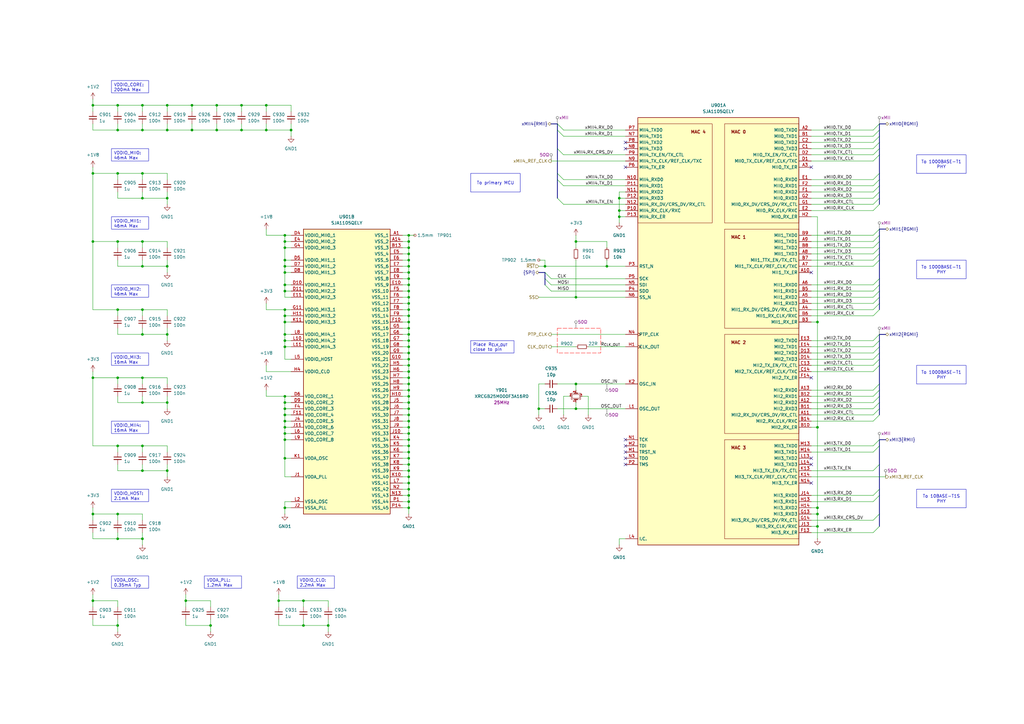
<source format=kicad_sch>
(kicad_sch (version 20250114) (generator "eeschema") (generator_version "9.0")
  (paper "A3")
  (title_block (title "Ethernet Switch") (comment 4 "5 Port gigabit ethernet switch."))
  (lib_symbols
    (symbol "Connector:TestPoint_Small" (pin_numbers (hide yes)) (pin_names (offset 0.762) (hide yes))
      (property "Reference" "TP" (at 0 3.81 0))
      (property "Value" "TestPoint_Small" (at 0 2.032 0))
      (symbol "TestPoint_Small_1_1"
        (pin passive line (at 0 0 90) (length 0) (name "1") (number "1"))
      )
    )
    (symbol "Device:C_Small" (pin_numbers (hide yes)) (pin_names (offset 0.254) (hide yes))
      (property "Reference" "C" (at 0.254 1.778 0))
      (property "Value" "C_Small" (at 0.254 -2.032 0))
      (symbol "C_Small_1_1"
        (pin passive line (at 0 2.54 270) (length 2.032) (name "~") (number "1"))
        (pin passive line (at 0 -2.54 90) (length 2.032) (name "~") (number "2"))
      )
    )
    (symbol "Device:Crystal_GND24_Small" (pin_names (offset 1.016) (hide yes))
      (property "Reference" "Y" (at 1.27 4.445 0))
      (property "Value" "Crystal_GND24_Small" (at 1.27 2.54 0))
      (symbol "Crystal_GND24_Small_1_1"
        (pin passive line (at -2.54 0 0) (length 1.27) (name "1") (number "1"))
        (pin passive line (at 0 2.54 270) (length 0.635) (name "4") (number "4"))
        (pin passive line (at 0 -2.54 90) (length 0.635) (name "2") (number "2"))
        (pin passive line (at 2.54 0 180) (length 1.27) (name "3") (number "3"))
      )
    )
    (symbol "Device:R_Small" (pin_numbers (hide yes)) (pin_names (offset 0.254) (hide yes))
      (property "Reference" "R" (at 0 0 90))
      (property "Value" "R_Small" (at 1.778 0 90))
      (symbol "R_Small_1_1"
        (pin passive line (at 0 2.54 270) (length 0.762) (name "~") (number "1"))
        (pin passive line (at 0 -2.54 90) (length 0.762) (name "~") (number "2"))
      )
    )
    (symbol "ETH-SWCH:SJA1105QELY"
      (property "Reference" "U" (at 0 5.08 0))
      (property "Value" "SJA1105QELY" (at 0 2.54 0))
      (symbol "SJA1105QELY_1_1"
        (text "MAC 4" (at -5.08 -5.08 0) (effects (font (size 1.27 1.27) (bold yes)) (justify right top)))
        (text "MAC 0" (at 5.08 -5.08 0) (effects (font (size 1.27 1.27) (bold yes)) (justify left top)))
        (text "MAC 1" (at 5.08 -48.26 0) (effects (font (size 1.27 1.27) (bold yes)) (justify left top)))
        (text "MAC 2" (at 5.08 -91.44 0) (effects (font (size 1.27 1.27) (bold yes)) (justify left top)))
        (text "MAC 3" (at 5.08 -134.62 0) (effects (font (size 1.27 1.27) (bold yes)) (justify left top)))
        (pin output line (at -38.1 -5.08 0) (length 5.08) (name "MII4_TXD0") (number "P7"))
        (pin output line (at -38.1 -7.62 0) (length 5.08) (name "MII4_TXD1") (number "N7"))
        (pin output line (at -38.1 -10.16 0) (length 5.08) (name "MII4_TXD2") (number "P8"))
        (pin output line (at -38.1 -12.7 0) (length 5.08) (name "MII4_TXD3") (number "N8"))
        (pin output line (at -38.1 -15.24 0) (length 5.08) (name "MII4_TX_EN/TX_CTL") (number "P9"))
        (pin bidirectional line (at -38.1 -17.78 0) (length 5.08) (name "MII4_TX_CLK/REF_CLK/TXC") (number "N9"))
        (pin output line (at -38.1 -20.32 0) (length 5.08) (name "MII4_TX_ER") (number "P6"))
        (pin input line (at -38.1 -25.4 0) (length 5.08) (name "MII4_RXD0") (number "N10"))
        (pin input line (at -38.1 -27.94 0) (length 5.08) (name "MII4_RXD1") (number "P11"))
        (pin input line (at -38.1 -30.48 0) (length 5.08) (name "MII4_RXD2") (number "N11"))
        (pin input line (at -38.1 -33.02 0) (length 5.08) (name "MII4_RXD3") (number "P12"))
        (pin input line (at -38.1 -35.56 0) (length 5.08) (name "MII4_RX_DV/CRS_DV/RX_CTL") (number "N12"))
        (pin bidirectional line (at -38.1 -38.1 0) (length 5.08) (name "MII4_RX_CLK/RXC") (number "P10"))
        (pin input line (at -38.1 -40.64 0) (length 5.08) (name "MII4_RX_ER") (number "P13"))
        (pin input line (at -38.1 -60.96 0) (length 5.08) (name "RST_N") (number "P3"))
        (pin input line (at -38.1 -66.04 0) (length 5.08) (name "SCK") (number "P5"))
        (pin input line (at -38.1 -68.58 0) (length 5.08) (name "SDI") (number "N5"))
        (pin output line (at -38.1 -71.12 0) (length 5.08) (name "SDO") (number "P4"))
        (pin input line (at -38.1 -73.66 0) (length 5.08) (name "SS_N") (number "N6"))
        (pin bidirectional clock (at -38.1 -88.9 0) (length 5.08) (name "PTP_CLK") (number "N4"))
        (pin output clock (at -38.1 -93.98 0) (length 5.08) (name "CLK_OUT") (number "H1"))
        (pin input line (at -38.1 -109.22 0) (length 5.08) (name "OSC_IN") (number "K2"))
        (pin output line (at -38.1 -119.38 0) (length 5.08) (name "OSC_OUT") (number "L1"))
        (pin input line (at -38.1 -132.08 0) (length 5.08) (name "TCK") (number "N1"))
        (pin input line (at -38.1 -134.62 0) (length 5.08) (name "TDI") (number "M2"))
        (pin input line (at -38.1 -137.16 0) (length 5.08) (name "TRST_N") (number "M1"))
        (pin output line (at -38.1 -139.7 0) (length 5.08) (name "TDO") (number "N3"))
        (pin input line (at -38.1 -142.24 0) (length 5.08) (name "TMS") (number "P2"))
        (pin passive line (at -38.1 -172.72 0) (length 5.08) (name "I.C.") (number "L4"))
        (pin output line (at 38.1 -5.08 180) (length 5.08) (name "MII0_TXD0") (number "A2"))
        (pin output line (at 38.1 -7.62 180) (length 5.08) (name "MII0_TXD1") (number "B1"))
        (pin output line (at 38.1 -10.16 180) (length 5.08) (name "MII0_TXD2") (number "C2"))
        (pin output line (at 38.1 -12.7 180) (length 5.08) (name "MII0_TXD3") (number "C1"))
        (pin output line (at 38.1 -15.24 180) (length 5.08) (name "MII0_TX_EN/TX_CTL") (number "D2"))
        (pin bidirectional line (at 38.1 -17.78 180) (length 5.08) (name "MII0_TX_CLK/REF_CLK/TXC") (number "D1"))
        (pin output line (at 38.1 -20.32 180) (length 5.08) (name "MII0_TX_ER") (number "A3"))
        (pin input line (at 38.1 -25.4 180) (length 5.08) (name "MII0_RXD0") (number "E1"))
        (pin input line (at 38.1 -27.94 180) (length 5.08) (name "MII0_RXD1") (number "F2"))
        (pin input line (at 38.1 -30.48 180) (length 5.08) (name "MII0_RXD2") (number "F1"))
        (pin input line (at 38.1 -33.02 180) (length 5.08) (name "MII0_RXD3") (number "G2"))
        (pin input line (at 38.1 -35.56 180) (length 5.08) (name "MII0_RX_DV/CRS_DV/RX_CTL") (number "G1"))
        (pin bidirectional line (at 38.1 -38.1 180) (length 5.08) (name "MII0_RX_CLK/RXC") (number "E2"))
        (pin input line (at 38.1 -40.64 180) (length 5.08) (name "MII0_RX_ER") (number "H2"))
        (pin output line (at 38.1 -48.26 180) (length 5.08) (name "MII1_TXD0") (number "B9"))
        (pin output line (at 38.1 -50.8 180) (length 5.08) (name "MII1_TXD1") (number "A9"))
        (pin output line (at 38.1 -53.34 180) (length 5.08) (name "MII1_TXD2") (number "B8"))
        (pin output line (at 38.1 -55.88 180) (length 5.08) (name "MII1_TXD3") (number "A8"))
        (pin output line (at 38.1 -58.42 180) (length 5.08) (name "MII1_TTX_EN/TX_CTL") (number "B7"))
        (pin bidirectional line (at 38.1 -60.96 180) (length 5.08) (name "MII1_TX_CLK/REF_CLK/TXC") (number "A7"))
        (pin output line (at 38.1 -63.5 180) (length 5.08) (name "MII1_TX_ER") (number "A10"))
        (pin input line (at 38.1 -68.58 180) (length 5.08) (name "MII1_RXD0") (number "A6"))
        (pin input line (at 38.1 -71.12 180) (length 5.08) (name "MII1_RXD1") (number "B5"))
        (pin input line (at 38.1 -73.66 180) (length 5.08) (name "MII1_RXD2") (number "A5"))
        (pin input line (at 38.1 -76.2 180) (length 5.08) (name "MII1_RXD3") (number "B4"))
        (pin input line (at 38.1 -78.74 180) (length 5.08) (name "MII1_RX_DV/CRS_DV/RX_CTL") (number "A4"))
        (pin bidirectional line (at 38.1 -81.28 180) (length 5.08) (name "MII1_RX_CLK/RXC") (number "B6"))
        (pin input line (at 38.1 -83.82 180) (length 5.08) (name "MII1_RX_ER") (number "B3"))
        (pin output line (at 38.1 -91.44 180) (length 5.08) (name "MII2_TXD0") (number "E13"))
        (pin output line (at 38.1 -93.98 180) (length 5.08) (name "MII2_TXD1") (number "E14"))
        (pin output line (at 38.1 -96.52 180) (length 5.08) (name "MII2_TXD2") (number "D13"))
        (pin output line (at 38.1 -99.06 180) (length 5.08) (name "MII2_TXD3") (number "D14"))
        (pin output line (at 38.1 -101.6 180) (length 5.08) (name "MII2_TX_EN/TX_CTL") (number "C13"))
        (pin bidirectional line (at 38.1 -104.14 180) (length 5.08) (name "MII2_TX_CLK/REF_CLK/TXC") (number "C14"))
        (pin output line (at 38.1 -106.68 180) (length 5.08) (name "MII2_TX_ER") (number "F14"))
        (pin input line (at 38.1 -111.76 180) (length 5.08) (name "MII2_RXD0") (number "A13"))
        (pin input line (at 38.1 -114.3 180) (length 5.08) (name "MII2_RXD1") (number "B12"))
        (pin input line (at 38.1 -116.84 180) (length 5.08) (name "MII2_RXD2") (number "A12"))
        (pin input line (at 38.1 -119.38 180) (length 5.08) (name "MII2_RXD3") (number "B11"))
        (pin input line (at 38.1 -121.92 180) (length 5.08) (name "MII2_RX_DV/CRS_DV/RX_CTL") (number "A11"))
        (pin bidirectional line (at 38.1 -124.46 180) (length 5.08) (name "MII2_RX_CLK/RXC") (number "B14"))
        (pin input line (at 38.1 -127 180) (length 5.08) (name "MII2_RX_ER") (number "B10"))
        (pin output line (at 38.1 -134.62 180) (length 5.08) (name "MII3_TXD0") (number "M13"))
        (pin output line (at 38.1 -137.16 180) (length 5.08) (name "MII3_TXD1") (number "M14"))
        (pin output line (at 38.1 -139.7 180) (length 5.08) (name "MII3_TXD2") (number "L13"))
        (pin output line (at 38.1 -142.24 180) (length 5.08) (name "MII3_TXD3") (number "L14"))
        (pin output line (at 38.1 -144.78 180) (length 5.08) (name "MII3_TX_EN/TX_CTL") (number "K13"))
        (pin bidirectional line (at 38.1 -147.32 180) (length 5.08) (name "MII3_TX_CLK/REF_CLK/TXC") (number "K14"))
        (pin output line (at 38.1 -149.86 180) (length 5.08) (name "MII3_TX_ER") (number "N14"))
        (pin input line (at 38.1 -154.94 180) (length 5.08) (name "MII3_RXD0") (number "J14"))
        (pin input line (at 38.1 -157.48 180) (length 5.08) (name "MII3_RXD1") (number "H13"))
        (pin input line (at 38.1 -160.02 180) (length 5.08) (name "MII3_RXD2") (number "H14"))
        (pin input line (at 38.1 -162.56 180) (length 5.08) (name "MII3_RXD3") (number "G13"))
        (pin input line (at 38.1 -165.1 180) (length 5.08) (name "MII3_RX_DV/CRS_DV/RX_CTL") (number "G14"))
        (pin bidirectional line (at 38.1 -167.64 180) (length 5.08) (name "MII3_RX_CLK/RXC") (number "J13"))
        (pin input line (at 38.1 -170.18 180) (length 5.08) (name "MII3_RX_ER") (number "F13"))
      )
      (symbol "SJA1105QELY_2_1"
        (pin power_in line (at -22.86 -2.54 0) (length 5.08) (name "VDDIO_MII0_1") (number "D4"))
        (pin power_in line (at -22.86 -5.08 0) (length 5.08) (name "VDDIO_MII0_2") (number "E4"))
        (pin power_in line (at -22.86 -7.62 0) (length 5.08) (name "VDDIO_MII0_3") (number "G4"))
        (pin power_in line (at -22.86 -12.7 0) (length 5.08) (name "VDDIO_MII1_1") (number "D5"))
        (pin power_in line (at -22.86 -15.24 0) (length 5.08) (name "VDDIO_MII1_2") (number "D7"))
        (pin power_in line (at -22.86 -17.78 0) (length 5.08) (name "VDDIO_MII1_3") (number "D8"))
        (pin power_in line (at -22.86 -22.86 0) (length 5.08) (name "VDDIO_MII2_1") (number "D10"))
        (pin power_in line (at -22.86 -25.4 0) (length 5.08) (name "VDDIO_MII2_2") (number "D11"))
        (pin power_in line (at -22.86 -27.94 0) (length 5.08) (name "VDDIO_MII2_3") (number "E11"))
        (pin power_in line (at -22.86 -33.02 0) (length 5.08) (name "VDDIO_MII3_1") (number "G11"))
        (pin power_in line (at -22.86 -35.56 0) (length 5.08) (name "VDDIO_MII3_2") (number "H11"))
        (pin power_in line (at -22.86 -38.1 0) (length 5.08) (name "VDDIO_MII3_3") (number "K11"))
        (pin power_in line (at -22.86 -43.18 0) (length 5.08) (name "VDDIO_MII4_1") (number "L8"))
        (pin power_in line (at -22.86 -45.72 0) (length 5.08) (name "VDDIO_MII4_2") (number "L10"))
        (pin power_in line (at -22.86 -48.26 0) (length 5.08) (name "VDDIO_MII4_3") (number "L11"))
        (pin power_in line (at -22.86 -53.34 0) (length 5.08) (name "VDDIO_HOST") (number "L5"))
        (pin power_in line (at -22.86 -58.42 0) (length 5.08) (name "VDDIO_CLO") (number "H4"))
        (pin power_in line (at -22.86 -68.58 0) (length 5.08) (name "VDD_CORE_1") (number "D6"))
        (pin power_in line (at -22.86 -71.12 0) (length 5.08) (name "VDD_CORE_2") (number "D9"))
        (pin power_in line (at -22.86 -73.66 0) (length 5.08) (name "VDD_CORE_3") (number "F4"))
        (pin power_in line (at -22.86 -76.2 0) (length 5.08) (name "VDD_CORE_4") (number "F11"))
        (pin power_in line (at -22.86 -78.74 0) (length 5.08) (name "VDD_CORE_5") (number "J4"))
        (pin power_in line (at -22.86 -81.28 0) (length 5.08) (name "VDD_CORE_6") (number "J11"))
        (pin power_in line (at -22.86 -83.82 0) (length 5.08) (name "VDD_CORE_7") (number "L6"))
        (pin power_in line (at -22.86 -86.36 0) (length 5.08) (name "VDD_CORE_8") (number "L9"))
        (pin power_in line (at -22.86 -93.98 0) (length 5.08) (name "VDDA_OSC") (number "K1"))
        (pin power_in line (at -22.86 -101.6 0) (length 5.08) (name "VDDA_PLL") (number "J1"))
        (pin power_in line (at -22.86 -111.76 0) (length 5.08) (name "VSSA_OSC") (number "L2"))
        (pin power_in line (at -22.86 -114.3 0) (length 5.08) (name "VSSA_PLL") (number "J2"))
        (pin passive line (at 22.86 -2.54 180) (length 5.08) (name "VSS_1") (number "A1"))
        (pin passive line (at 22.86 -5.08 180) (length 5.08) (name "VSS_2") (number "A14"))
        (pin passive line (at 22.86 -7.62 180) (length 5.08) (name "VSS_3") (number "B13"))
        (pin passive line (at 22.86 -10.16 180) (length 5.08) (name "VSS_4") (number "E5"))
        (pin passive line (at 22.86 -12.7 180) (length 5.08) (name "VSS_5") (number "E6"))
        (pin passive line (at 22.86 -15.24 180) (length 5.08) (name "VSS_6") (number "E7"))
        (pin passive line (at 22.86 -17.78 180) (length 5.08) (name "VSS_7") (number "E8"))
        (pin passive line (at 22.86 -20.32 180) (length 5.08) (name "VSS_8") (number "E9"))
        (pin passive line (at 22.86 -22.86 180) (length 5.08) (name "VSS_9") (number "E10"))
        (pin passive line (at 22.86 -25.4 180) (length 5.08) (name "VSS_10") (number "F5"))
        (pin passive line (at 22.86 -27.94 180) (length 5.08) (name "VSS_11") (number "F6"))
        (pin passive line (at 22.86 -30.48 180) (length 5.08) (name "VSS_12") (number "F7"))
        (pin passive line (at 22.86 -33.02 180) (length 5.08) (name "VSS_13") (number "F8"))
        (pin passive line (at 22.86 -35.56 180) (length 5.08) (name "VSS_14") (number "F9"))
        (pin passive line (at 22.86 -38.1 180) (length 5.08) (name "VSS_15") (number "F10"))
        (pin passive line (at 22.86 -40.64 180) (length 5.08) (name "VSS_16") (number "G5"))
        (pin passive line (at 22.86 -43.18 180) (length 5.08) (name "VSS_17") (number "G6"))
        (pin passive line (at 22.86 -45.72 180) (length 5.08) (name "VSS_18") (number "G7"))
        (pin passive line (at 22.86 -48.26 180) (length 5.08) (name "VSS_19") (number "G8"))
        (pin passive line (at 22.86 -50.8 180) (length 5.08) (name "VSS_20") (number "G9"))
        (pin passive line (at 22.86 -53.34 180) (length 5.08) (name "VSS_21") (number "G10"))
        (pin passive line (at 22.86 -55.88 180) (length 5.08) (name "VSS_22") (number "H5"))
        (pin passive line (at 22.86 -58.42 180) (length 5.08) (name "VSS_23") (number "H6"))
        (pin passive line (at 22.86 -60.96 180) (length 5.08) (name "VSS_24") (number "H7"))
        (pin passive line (at 22.86 -63.5 180) (length 5.08) (name "VSS_25") (number "H8"))
        (pin passive line (at 22.86 -66.04 180) (length 5.08) (name "VSS_26") (number "H9"))
        (pin passive line (at 22.86 -68.58 180) (length 5.08) (name "VSS_27") (number "H10"))
        (pin passive line (at 22.86 -71.12 180) (length 5.08) (name "VSS_28") (number "J5"))
        (pin passive line (at 22.86 -73.66 180) (length 5.08) (name "VSS_29") (number "J6"))
        (pin passive line (at 22.86 -76.2 180) (length 5.08) (name "VSS_30") (number "J7"))
        (pin passive line (at 22.86 -78.74 180) (length 5.08) (name "VSS_31") (number "J8"))
        (pin passive line (at 22.86 -81.28 180) (length 5.08) (name "VSS_32") (number "J9"))
        (pin passive line (at 22.86 -83.82 180) (length 5.08) (name "VSS_33") (number "J10"))
        (pin passive line (at 22.86 -86.36 180) (length 5.08) (name "VSS_34") (number "K4"))
        (pin passive line (at 22.86 -88.9 180) (length 5.08) (name "VSS_35") (number "K5"))
        (pin passive line (at 22.86 -91.44 180) (length 5.08) (name "VSS_36") (number "K6"))
        (pin passive line (at 22.86 -93.98 180) (length 5.08) (name "VSS_37") (number "K7"))
        (pin passive line (at 22.86 -96.52 180) (length 5.08) (name "VSS_38") (number "K8"))
        (pin passive line (at 22.86 -99.06 180) (length 5.08) (name "VSS_39") (number "K9"))
        (pin passive line (at 22.86 -101.6 180) (length 5.08) (name "VSS_40") (number "K10"))
        (pin passive line (at 22.86 -104.14 180) (length 5.08) (name "VSS_41") (number "L7"))
        (pin passive line (at 22.86 -106.68 180) (length 5.08) (name "VSS_42") (number "N2"))
        (pin passive line (at 22.86 -109.22 180) (length 5.08) (name "VSS_43") (number "N13"))
        (pin passive line (at 22.86 -111.76 180) (length 5.08) (name "VSS_44") (number "P1"))
        (pin passive line (at 22.86 -114.3 180) (length 5.08) (name "VSS_45") (number "P14"))
      )
    )
    (symbol "power:+1V2" (power) (pin_numbers (hide yes)) (pin_names (offset 0) (hide yes))
      (property "Value" "+1V2" (at 0 3.556 0))
      (symbol "+1V2_1_1"
        (pin power_in line (at 0 0 90) (length 0) (name "~") (number "1"))
      )
    )
    (symbol "power:+1V8" (power) (pin_numbers (hide yes)) (pin_names (offset 0) (hide yes))
      (property "Value" "+1V8" (at 0 3.556 0))
      (symbol "+1V8_1_1"
        (pin power_in line (at 0 0 90) (length 0) (name "~") (number "1"))
      )
    )
    (symbol "power:+3V3" (power) (pin_numbers (hide yes)) (pin_names (offset 0) (hide yes))
      (property "Value" "+3V3" (at 0 3.556 0))
      (symbol "+3V3_1_1"
        (pin power_in line (at 0 0 90) (length 0) (name "~") (number "1"))
      )
    )
    (symbol "power:GND1" (power) (pin_numbers (hide yes)) (pin_names (offset 0) (hide yes))
      (property "Value" "GND1" (at 0 -3.81 0))
      (symbol "GND1_1_1"
        (pin power_in line (at 0 0 270) (length 0) (name "~") (number "1"))
      )
    )
  )
  (text_box "To 1000BASE-T1 PHY" (at 375.92 106.68 0) (size 20.32 7.62) (margins 0.9525 0.9525 0.9525 0.9525) (effects (font (size 1.27 1.27))))
  (text_box "To 1000BASE-T1 PHY" (at 375.92 149.86 0) (size 20.32 7.62) (margins 0.9525 0.9525 0.9525 0.9525) (effects (font (size 1.27 1.27))))
  (text_box "VDDIO_MII3:\n16mA Max" (at 45.72 144.78 0) (size 15.24 5.08) (margins 0.9525 0.9525 0.9525 0.9525) (effects (font (size 1.27 1.27)) (justify left top)))
  (text_box "VDDIO_CLO:\n2.2mA Max" (at 121.92 236.22 0) (size 15.24 5.08) (margins 0.9525 0.9525 0.9525 0.9525) (effects (font (size 1.27 1.27)) (justify left top)))
  (text_box "VDDIO_MII2:\n46mA Max" (at 45.72 116.84 0) (size 15.24 5.08) (margins 0.9525 0.9525 0.9525 0.9525) (effects (font (size 1.27 1.27)) (justify left top)))
  (text_box "VDDIO_HOST:\n2.1mA Max" (at 45.72 200.66 0) (size 15.24 5.08) (margins 0.9525 0.9525 0.9525 0.9525) (effects (font (size 1.27 1.27)) (justify left top)))
  (text_box "VDDA_OSC:\n0.35mA Typ" (at 45.72 236.22 0) (size 15.24 5.08) (margins 0.9525 0.9525 0.9525 0.9525) (effects (font (size 1.27 1.27)) (justify left top)))
  (text_box "VDDIO_MII0:\n46mA Max" (at 45.72 60.96 0) (size 15.24 5.08) (margins 0.9525 0.9525 0.9525 0.9525) (effects (font (size 1.27 1.27)) (justify left top)))
  (text_box "To 10BASE-T1S PHY" (at 375.92 200.66 0) (size 20.32 7.62) (margins 0.9525 0.9525 0.9525 0.9525) (effects (font (size 1.27 1.27))))
  (text_box "VDDA_PLL:\n1.2mA Max" (at 83.82 236.22 0) (size 15.24 5.08) (margins 0.9525 0.9525 0.9525 0.9525) (effects (font (size 1.27 1.27)) (justify left top)))
  (text_box "VDDIO_CORE:\n200mA Max" (at 45.72 33.02 0) (size 15.24 5.08) (margins 0.9525 0.9525 0.9525 0.9525) (effects (font (size 1.27 1.27)) (justify left top)))
  (text_box "Place R_{CLK_OUT} close to pin" (at 193.04 139.7 0) (size 17.78 5.08) (margins 0.9525 0.9525 0.9525 0.9525) (effects (font (size 1.27 1.27)) (justify left)))
  (text_box "To 1000BASE-T1 PHY" (at 375.92 63.5 0) (size 20.32 7.62) (margins 0.9525 0.9525 0.9525 0.9525) (effects (font (size 1.27 1.27))))
  (text_box "VDDIO_MII4:\n16mA Max" (at 45.72 172.72 0) (size 15.24 5.08) (margins 0.9525 0.9525 0.9525 0.9525) (effects (font (size 1.27 1.27)) (justify left top)))
  (text_box "To primary MCU" (at 193.04 71.12 0) (size 20.32 7.62) (margins 0.9525 0.9525 0.9525 0.9525) (effects (font (size 1.27 1.27))))
  (text_box "VDDIO_MII1:\n46mA Max" (at 45.72 88.9 0) (size 15.24 5.08) (margins 0.9525 0.9525 0.9525 0.9525) (effects (font (size 1.27 1.27)) (justify left top)))
  (junction (at 134.62 256.54))
  (junction (at 86.36 256.54))
  (junction (at 167.64 114.3))
  (junction (at 223.52 109.22))
  (junction (at 48.26 53.34))
  (junction (at 335.28 208.28))
  (junction (at 236.22 99.06))
  (junction (at 254 86.36))
  (junction (at 167.64 132.08))
  (junction (at 58.42 137.16))
  (junction (at 116.84 127))
  (junction (at 167.64 109.22))
  (junction (at 167.64 139.7))
  (junction (at 167.64 134.62))
  (junction (at 116.84 187.96))
  (junction (at 68.58 109.22))
  (junction (at 167.64 124.46))
  (junction (at 116.84 162.56))
  (junction (at 167.64 101.6))
  (junction (at 116.84 99.06))
  (junction (at 116.84 172.72))
  (junction (at 58.42 53.34))
  (junction (at 38.1 210.82))
  (junction (at 254 88.9))
  (junction (at 116.84 111.76))
  (junction (at 78.74 53.34))
  (junction (at 116.84 175.26))
  (junction (at 167.64 180.34))
  (junction (at 167.64 185.42))
  (junction (at 116.84 101.6))
  (junction (at 48.26 99.06))
  (junction (at 48.26 154.94))
  (junction (at 78.74 43.18))
  (junction (at 48.26 256.54))
  (junction (at 167.64 127))
  (junction (at 38.1 43.18))
  (junction (at 58.42 71.12))
  (junction (at 167.64 119.38))
  (junction (at 167.64 111.76))
  (junction (at 167.64 187.96))
  (junction (at 167.64 147.32))
  (junction (at 167.64 160.02))
  (junction (at 116.84 106.68))
  (junction (at 167.64 99.06))
  (junction (at 68.58 165.1))
  (junction (at 114.3 246.38))
  (junction (at 167.64 96.52))
  (junction (at 116.84 129.54))
  (junction (at 220.98 167.64))
  (junction (at 167.64 193.04))
  (junction (at 116.84 139.7))
  (junction (at 38.1 154.94))
  (junction (at 48.26 71.12))
  (junction (at 167.64 172.72))
  (junction (at 167.64 129.54))
  (junction (at 167.64 157.48))
  (junction (at 99.06 43.18))
  (junction (at 124.46 256.54))
  (junction (at 48.26 220.98))
  (junction (at 167.64 142.24))
  (junction (at 167.64 182.88))
  (junction (at 88.9 43.18))
  (junction (at 48.26 182.88))
  (junction (at 58.42 220.98))
  (junction (at 38.1 99.06))
  (junction (at 116.84 116.84))
  (junction (at 167.64 165.1))
  (junction (at 167.64 190.5))
  (junction (at 167.64 208.28))
  (junction (at 116.84 180.34))
  (junction (at 116.84 142.24))
  (junction (at 109.22 43.18))
  (junction (at 38.1 71.12))
  (junction (at 248.92 109.22))
  (junction (at 116.84 137.16))
  (junction (at 167.64 137.16))
  (junction (at 58.42 165.1))
  (junction (at 167.64 104.14))
  (junction (at 116.84 96.52))
  (junction (at 68.58 53.34))
  (junction (at 124.46 246.38))
  (junction (at 335.28 132.08))
  (junction (at 167.64 121.92))
  (junction (at 116.84 119.38))
  (junction (at 254 81.28))
  (junction (at 58.42 154.94))
  (junction (at 109.22 53.34))
  (junction (at 116.84 170.18))
  (junction (at 48.26 43.18))
  (junction (at 48.26 210.82))
  (junction (at 167.64 167.64))
  (junction (at 335.28 175.26))
  (junction (at 58.42 43.18))
  (junction (at 167.64 144.78))
  (junction (at 116.84 208.28))
  (junction (at 236.22 167.64))
  (junction (at 167.64 177.8))
  (junction (at 167.64 198.12))
  (junction (at 167.64 170.18))
  (junction (at 58.42 109.22))
  (junction (at 58.42 81.28))
  (junction (at 116.84 167.64))
  (junction (at 58.42 127))
  (junction (at 48.26 127))
  (junction (at 76.2 246.38))
  (junction (at 335.28 210.82))
  (junction (at 167.64 203.2))
  (junction (at 167.64 149.86))
  (junction (at 116.84 132.08))
  (junction (at 88.9 53.34))
  (junction (at 167.64 195.58))
  (junction (at 167.64 162.56))
  (junction (at 99.06 53.34))
  (junction (at 38.1 246.38))
  (junction (at 167.64 205.74))
  (junction (at 167.64 154.94))
  (junction (at 58.42 99.06))
  (junction (at 116.84 177.8))
  (junction (at 167.64 200.66))
  (junction (at 116.84 165.1))
  (junction (at 167.64 106.68))
  (junction (at 167.64 152.4))
  (junction (at 167.64 116.84))
  (junction (at 68.58 193.04))
  (junction (at 58.42 193.04))
  (junction (at 116.84 109.22))
  (junction (at 119.38 53.34))
  (junction (at 68.58 81.28))
  (junction (at 68.58 43.18))
  (junction (at 236.22 121.92))
  (junction (at 335.28 215.9))
  (junction (at 167.64 175.26))
  (junction (at 236.22 157.48))
  (junction (at 68.58 137.16))
  (junction (at 58.42 182.88))
  (no_connect (at 332.74 111.76))
  (no_connect (at 256.54 180.34))
  (no_connect (at 332.74 187.96))
  (no_connect (at 256.54 68.58))
  (no_connect (at 332.74 154.94))
  (no_connect (at 256.54 182.88))
  (no_connect (at 332.74 198.12))
  (no_connect (at 332.74 190.5))
  (no_connect (at 256.54 58.42))
  (no_connect (at 256.54 185.42))
  (no_connect (at 256.54 60.96))
  (no_connect (at 256.54 190.5))
  (no_connect (at 332.74 68.58))
  (no_connect (at 256.54 187.96))
  (bus_entry (at 360.68 99.06) (size -2.54 2.54))
  (bus_entry (at 360.68 58.42) (size -2.54 2.54))
  (bus_entry (at 228.6 71.12) (size 2.54 2.54))
  (bus_entry (at 360.68 215.9) (size -2.54 2.54))
  (bus_entry (at 360.68 157.48) (size -2.54 2.54))
  (bus_entry (at 360.68 55.88) (size -2.54 2.54))
  (bus_entry (at 223.52 111.76) (size 2.54 2.54))
  (bus_entry (at 223.52 116.84) (size 2.54 2.54))
  (bus_entry (at 360.68 124.46) (size -2.54 2.54))
  (bus_entry (at 360.68 170.18) (size -2.54 2.54))
  (bus_entry (at 360.68 142.24) (size -2.54 2.54))
  (bus_entry (at 228.6 81.28) (size 2.54 2.54))
  (bus_entry (at 360.68 83.82) (size -2.54 2.54))
  (bus_entry (at 360.68 116.84) (size -2.54 2.54))
  (bus_entry (at 360.68 50.8) (size -2.54 2.54))
  (bus_entry (at 360.68 96.52) (size -2.54 2.54))
  (bus_entry (at 360.68 93.98) (size -2.54 2.54))
  (bus_entry (at 360.68 104.14) (size -2.54 2.54))
  (bus_entry (at 360.68 149.86) (size -2.54 2.54))
  (bus_entry (at 360.68 210.82) (size -2.54 2.54))
  (bus_entry (at 223.52 114.3) (size 2.54 2.54))
  (bus_entry (at 360.68 78.74) (size -2.54 2.54))
  (bus_entry (at 360.68 60.96) (size -2.54 2.54))
  (bus_entry (at 360.68 114.3) (size -2.54 2.54))
  (bus_entry (at 360.68 167.64) (size -2.54 2.54))
  (bus_entry (at 360.68 139.7) (size -2.54 2.54))
  (bus_entry (at 228.6 53.34) (size 2.54 2.54))
  (bus_entry (at 360.68 76.2) (size -2.54 2.54))
  (bus_entry (at 360.68 73.66) (size -2.54 2.54))
  (bus_entry (at 360.68 203.2) (size -2.54 2.54))
  (bus_entry (at 360.68 190.5) (size -2.54 2.54))
  (bus_entry (at 360.68 147.32) (size -2.54 2.54))
  (bus_entry (at 360.68 81.28) (size -2.54 2.54))
  (bus_entry (at 228.6 60.96) (size 2.54 2.54))
  (bus_entry (at 360.68 53.34) (size -2.54 2.54))
  (bus_entry (at 360.68 182.88) (size -2.54 2.54))
  (bus_entry (at 360.68 180.34) (size -2.54 2.54))
  (bus_entry (at 360.68 71.12) (size -2.54 2.54))
  (bus_entry (at 360.68 137.16) (size -2.54 2.54))
  (bus_entry (at 360.68 106.68) (size -2.54 2.54))
  (bus_entry (at 360.68 162.56) (size -2.54 2.54))
  (bus_entry (at 360.68 63.5) (size -2.54 2.54))
  (bus_entry (at 360.68 144.78) (size -2.54 2.54))
  (bus_entry (at 360.68 101.6) (size -2.54 2.54))
  (bus_entry (at 360.68 165.1) (size -2.54 2.54))
  (bus_entry (at 228.6 50.8) (size 2.54 2.54))
  (bus_entry (at 360.68 121.92) (size -2.54 2.54))
  (bus_entry (at 360.68 127) (size -2.54 2.54))
  (bus_entry (at 360.68 119.38) (size -2.54 2.54))
  (bus_entry (at 360.68 160.02) (size -2.54 2.54))
  (bus_entry (at 228.6 73.66) (size 2.54 2.54))
  (bus_entry (at 360.68 200.66) (size -2.54 2.54))
  (wire (pts (xy 48.26 101.6) (xy 48.26 99.06)))
  (wire (pts (xy 116.84 208.28) (xy 116.84 210.82)))
  (wire (pts (xy 254 88.9) (xy 256.54 88.9)))
  (wire (pts (xy 78.74 53.34) (xy 88.9 53.34)))
  (wire (pts (xy 116.84 106.68) (xy 116.84 109.22)))
  (wire (pts (xy 116.84 109.22) (xy 116.84 111.76)))
  (wire (pts (xy 114.3 256.54) (xy 114.3 254)))
  (wire (pts (xy 167.64 167.64) (xy 165.1 167.64)))
  (wire (pts (xy 332.74 121.92) (xy 358.14 121.92)))
  (wire (pts (xy 256.54 73.66) (xy 231.14 73.66)))
  (wire (pts (xy 48.26 53.34) (xy 48.26 50.8)))
  (wire (pts (xy 119.38 187.96) (xy 116.84 187.96)))
  (wire (pts (xy 167.64 165.1) (xy 165.1 165.1)))
  (wire (pts (xy 167.64 101.6) (xy 165.1 101.6)))
  (wire (pts (xy 48.26 213.36) (xy 48.26 210.82)))
  (wire (pts (xy 116.84 205.74) (xy 116.84 208.28)))
  (wire (pts (xy 58.42 43.18) (xy 68.58 43.18)))
  (wire (pts (xy 220.98 121.92) (xy 236.22 121.92)))
  (wire (pts (xy 223.52 167.64) (xy 220.98 167.64)))
  (wire (pts (xy 116.84 137.16) (xy 119.38 137.16)))
  (bus (pts (xy 360.68 116.84) (xy 360.68 119.38)))
  (wire (pts (xy 167.64 167.64) (xy 167.64 170.18)))
  (wire (pts (xy 167.64 142.24) (xy 165.1 142.24)))
  (wire (pts (xy 223.52 109.22) (xy 248.92 109.22)))
  (wire (pts (xy 116.84 101.6) (xy 119.38 101.6)))
  (wire (pts (xy 116.84 127) (xy 116.84 129.54)))
  (wire (pts (xy 99.06 43.18) (xy 99.06 45.72)))
  (wire (pts (xy 332.74 165.1) (xy 358.14 165.1)))
  (wire (pts (xy 248.92 106.68) (xy 248.92 109.22)))
  (wire (pts (xy 332.74 132.08) (xy 335.28 132.08)))
  (wire (pts (xy 48.26 182.88) (xy 58.42 182.88)))
  (bus (pts (xy 360.68 55.88) (xy 360.68 58.42)))
  (wire (pts (xy 116.84 172.72) (xy 116.84 175.26)))
  (wire (pts (xy 254 88.9) (xy 254 91.44)))
  (bus (pts (xy 360.68 81.28) (xy 360.68 83.82)))
  (wire (pts (xy 167.64 205.74) (xy 167.64 208.28)))
  (wire (pts (xy 167.64 111.76) (xy 165.1 111.76)))
  (wire (pts (xy 48.26 73.66) (xy 48.26 71.12)))
  (wire (pts (xy 223.52 157.48) (xy 220.98 157.48)))
  (wire (pts (xy 38.1 53.34) (xy 48.26 53.34)))
  (wire (pts (xy 68.58 193.04) (xy 68.58 195.58)))
  (wire (pts (xy 220.98 157.48) (xy 220.98 167.64)))
  (bus (pts (xy 360.68 58.42) (xy 360.68 60.96)))
  (wire (pts (xy 86.36 248.92) (xy 86.36 246.38)))
  (bus (pts (xy 360.68 76.2) (xy 360.68 78.74)))
  (wire (pts (xy 114.3 243.84) (xy 114.3 246.38)))
  (wire (pts (xy 167.64 142.24) (xy 167.64 144.78)))
  (wire (pts (xy 48.26 45.72) (xy 48.26 43.18)))
  (wire (pts (xy 226.06 116.84) (xy 256.54 116.84)))
  (wire (pts (xy 68.58 182.88) (xy 68.58 185.42)))
  (wire (pts (xy 167.64 127) (xy 165.1 127)))
  (wire (pts (xy 236.22 167.64) (xy 228.6 167.64)))
  (wire (pts (xy 68.58 190.5) (xy 68.58 193.04)))
  (wire (pts (xy 116.84 187.96) (xy 116.84 180.34)))
  (bus (pts (xy 363.22 180.34) (xy 360.68 180.34)))
  (wire (pts (xy 236.22 96.52) (xy 236.22 99.06)))
  (wire (pts (xy 68.58 106.68) (xy 68.58 109.22)))
  (wire (pts (xy 256.54 55.88) (xy 231.14 55.88)))
  (bus (pts (xy 228.6 53.34) (xy 228.6 60.96)))
  (wire (pts (xy 48.26 256.54) (xy 48.26 259.08)))
  (wire (pts (xy 116.84 129.54) (xy 116.84 132.08)))
  (bus (pts (xy 360.68 144.78) (xy 360.68 147.32)))
  (wire (pts (xy 167.64 121.92) (xy 167.64 124.46)))
  (wire (pts (xy 167.64 116.84) (xy 167.64 119.38)))
  (wire (pts (xy 332.74 124.46) (xy 358.14 124.46)))
  (wire (pts (xy 231.14 162.56) (xy 231.14 170.18)))
  (wire (pts (xy 167.64 175.26) (xy 167.64 177.8)))
  (wire (pts (xy 134.62 256.54) (xy 134.62 259.08)))
  (bus (pts (xy 360.68 104.14) (xy 360.68 106.68)))
  (wire (pts (xy 167.64 175.26) (xy 165.1 175.26)))
  (wire (pts (xy 167.64 177.8) (xy 167.64 180.34)))
  (wire (pts (xy 88.9 53.34) (xy 88.9 50.8)))
  (wire (pts (xy 241.3 162.56) (xy 238.76 162.56)))
  (wire (pts (xy 116.84 205.74) (xy 119.38 205.74)))
  (wire (pts (xy 119.38 147.32) (xy 116.84 147.32)))
  (wire (pts (xy 335.28 175.26) (xy 335.28 208.28)))
  (wire (pts (xy 332.74 160.02) (xy 358.14 160.02)))
  (wire (pts (xy 116.84 99.06) (xy 116.84 101.6)))
  (wire (pts (xy 38.1 154.94) (xy 38.1 182.88)))
  (wire (pts (xy 236.22 99.06) (xy 236.22 101.6)))
  (bus (pts (xy 360.68 210.82) (xy 360.68 203.2)))
  (wire (pts (xy 236.22 121.92) (xy 256.54 121.92)))
  (wire (pts (xy 220.98 109.22) (xy 223.52 109.22)))
  (wire (pts (xy 109.22 53.34) (xy 109.22 50.8)))
  (wire (pts (xy 167.64 170.18) (xy 167.64 172.72)))
  (wire (pts (xy 167.64 154.94) (xy 165.1 154.94)))
  (wire (pts (xy 332.74 210.82) (xy 335.28 210.82)))
  (bus (pts (xy 360.68 99.06) (xy 360.68 101.6)))
  (bus (pts (xy 226.06 50.8) (xy 228.6 50.8)))
  (wire (pts (xy 167.64 104.14) (xy 167.64 106.68)))
  (wire (pts (xy 38.1 43.18) (xy 48.26 43.18)))
  (wire (pts (xy 68.58 137.16) (xy 68.58 139.7)))
  (wire (pts (xy 256.54 53.34) (xy 231.14 53.34)))
  (wire (pts (xy 38.1 256.54) (xy 38.1 254)))
  (wire (pts (xy 68.58 78.74) (xy 68.58 81.28)))
  (wire (pts (xy 116.84 139.7) (xy 119.38 139.7)))
  (bus (pts (xy 360.68 142.24) (xy 360.68 144.78)))
  (bus (pts (xy 228.6 71.12) (xy 228.6 73.66)))
  (wire (pts (xy 236.22 106.68) (xy 236.22 121.92)))
  (wire (pts (xy 58.42 218.44) (xy 58.42 220.98)))
  (wire (pts (xy 114.3 248.92) (xy 114.3 246.38)))
  (wire (pts (xy 116.84 208.28) (xy 119.38 208.28)))
  (wire (pts (xy 223.52 106.68) (xy 223.52 109.22)))
  (wire (pts (xy 167.64 195.58) (xy 167.64 198.12)))
  (bus (pts (xy 360.68 160.02) (xy 360.68 162.56)))
  (wire (pts (xy 167.64 147.32) (xy 165.1 147.32)))
  (wire (pts (xy 332.74 218.44) (xy 358.14 218.44)))
  (wire (pts (xy 58.42 182.88) (xy 68.58 182.88)))
  (wire (pts (xy 38.1 210.82) (xy 48.26 210.82)))
  (wire (pts (xy 332.74 66.04) (xy 358.14 66.04)))
  (wire (pts (xy 58.42 109.22) (xy 68.58 109.22)))
  (wire (pts (xy 58.42 193.04) (xy 48.26 193.04)))
  (wire (pts (xy 99.06 43.18) (xy 109.22 43.18)))
  (wire (pts (xy 116.84 116.84) (xy 116.84 119.38)))
  (wire (pts (xy 254 81.28) (xy 254 86.36)))
  (wire (pts (xy 332.74 83.82) (xy 358.14 83.82)))
  (wire (pts (xy 167.64 96.52) (xy 170.18 96.52)))
  (bus (pts (xy 360.68 114.3) (xy 360.68 116.84)))
  (bus (pts (xy 220.98 111.76) (xy 223.52 111.76)))
  (wire (pts (xy 167.64 99.06) (xy 165.1 99.06)))
  (wire (pts (xy 332.74 129.54) (xy 358.14 129.54)))
  (bus (pts (xy 360.68 180.34) (xy 360.68 182.88)))
  (wire (pts (xy 48.26 137.16) (xy 48.26 134.62)))
  (wire (pts (xy 116.84 175.26) (xy 116.84 177.8)))
  (wire (pts (xy 116.84 167.64) (xy 119.38 167.64)))
  (bus (pts (xy 360.68 78.74) (xy 360.68 81.28)))
  (wire (pts (xy 256.54 76.2) (xy 231.14 76.2)))
  (wire (pts (xy 167.64 198.12) (xy 165.1 198.12)))
  (wire (pts (xy 167.64 200.66) (xy 165.1 200.66)))
  (wire (pts (xy 78.74 43.18) (xy 88.9 43.18)))
  (wire (pts (xy 167.64 129.54) (xy 165.1 129.54)))
  (bus (pts (xy 360.68 119.38) (xy 360.68 121.92)))
  (bus (pts (xy 360.68 63.5) (xy 360.68 71.12)))
  (wire (pts (xy 167.64 96.52) (xy 165.1 96.52)))
  (wire (pts (xy 167.64 132.08) (xy 165.1 132.08)))
  (wire (pts (xy 167.64 132.08) (xy 167.64 134.62)))
  (wire (pts (xy 167.64 203.2) (xy 167.64 205.74)))
  (wire (pts (xy 335.28 132.08) (xy 335.28 175.26)))
  (wire (pts (xy 58.42 157.48) (xy 58.42 154.94)))
  (wire (pts (xy 38.1 256.54) (xy 48.26 256.54)))
  (wire (pts (xy 48.26 81.28) (xy 58.42 81.28)))
  (wire (pts (xy 116.84 121.92) (xy 119.38 121.92)))
  (wire (pts (xy 116.84 127) (xy 119.38 127)))
  (wire (pts (xy 226.06 119.38) (xy 256.54 119.38)))
  (bus (pts (xy 360.68 53.34) (xy 360.68 55.88)))
  (wire (pts (xy 58.42 165.1) (xy 48.26 165.1)))
  (bus (pts (xy 363.22 93.98) (xy 360.68 93.98)))
  (wire (pts (xy 58.42 220.98) (xy 58.42 223.52)))
  (wire (pts (xy 167.64 106.68) (xy 167.64 109.22)))
  (wire (pts (xy 332.74 215.9) (xy 335.28 215.9)))
  (wire (pts (xy 38.1 182.88) (xy 48.26 182.88)))
  (wire (pts (xy 220.98 106.68) (xy 223.52 106.68)))
  (wire (pts (xy 167.64 152.4) (xy 167.64 154.94)))
  (wire (pts (xy 332.74 109.22) (xy 358.14 109.22)))
  (wire (pts (xy 48.26 248.92) (xy 48.26 246.38)))
  (wire (pts (xy 48.26 99.06) (xy 58.42 99.06)))
  (wire (pts (xy 68.58 71.12) (xy 68.58 73.66)))
  (bus (pts (xy 360.68 93.98) (xy 360.68 96.52)))
  (wire (pts (xy 167.64 162.56) (xy 167.64 165.1)))
  (wire (pts (xy 167.64 134.62) (xy 167.64 137.16)))
  (wire (pts (xy 167.64 127) (xy 167.64 129.54)))
  (wire (pts (xy 58.42 50.8) (xy 58.42 53.34)))
  (wire (pts (xy 109.22 45.72) (xy 109.22 43.18)))
  (wire (pts (xy 236.22 160.02) (xy 236.22 157.48)))
  (wire (pts (xy 58.42 137.16) (xy 58.42 134.62)))
  (wire (pts (xy 58.42 99.06) (xy 68.58 99.06)))
  (wire (pts (xy 167.64 149.86) (xy 167.64 152.4)))
  (wire (pts (xy 167.64 139.7) (xy 167.64 142.24)))
  (bus (pts (xy 228.6 60.96) (xy 228.6 71.12)))
  (wire (pts (xy 332.74 119.38) (xy 358.14 119.38)))
  (wire (pts (xy 116.84 177.8) (xy 119.38 177.8)))
  (wire (pts (xy 109.22 127) (xy 116.84 127)))
  (bus (pts (xy 360.68 124.46) (xy 360.68 127)))
  (wire (pts (xy 332.74 142.24) (xy 358.14 142.24)))
  (wire (pts (xy 99.06 53.34) (xy 88.9 53.34)))
  (wire (pts (xy 116.84 175.26) (xy 119.38 175.26)))
  (bus (pts (xy 228.6 50.8) (xy 228.6 53.34)))
  (wire (pts (xy 332.74 106.68) (xy 358.14 106.68)))
  (wire (pts (xy 167.64 104.14) (xy 165.1 104.14)))
  (wire (pts (xy 332.74 175.26) (xy 335.28 175.26)))
  (wire (pts (xy 116.84 119.38) (xy 116.84 121.92)))
  (wire (pts (xy 236.22 157.48) (xy 256.54 157.48)))
  (bus (pts (xy 360.68 162.56) (xy 360.68 165.1)))
  (wire (pts (xy 48.26 193.04) (xy 48.26 190.5)))
  (bus (pts (xy 360.68 50.8) (xy 360.68 53.34)))
  (bus (pts (xy 360.68 167.64) (xy 360.68 170.18)))
  (wire (pts (xy 167.64 170.18) (xy 165.1 170.18)))
  (wire (pts (xy 58.42 210.82) (xy 58.42 213.36)))
  (wire (pts (xy 167.64 119.38) (xy 167.64 121.92)))
  (wire (pts (xy 254 86.36) (xy 254 88.9)))
  (wire (pts (xy 167.64 114.3) (xy 167.64 116.84)))
  (wire (pts (xy 116.84 132.08) (xy 116.84 137.16)))
  (wire (pts (xy 114.3 246.38) (xy 124.46 246.38)))
  (wire (pts (xy 167.64 152.4) (xy 165.1 152.4)))
  (wire (pts (xy 167.64 172.72) (xy 167.64 175.26)))
  (wire (pts (xy 167.64 205.74) (xy 165.1 205.74)))
  (bus (pts (xy 360.68 147.32) (xy 360.68 149.86)))
  (bus (pts (xy 360.68 60.96) (xy 360.68 63.5)))
  (wire (pts (xy 226.06 142.24) (xy 236.22 142.24)))
  (wire (pts (xy 76.2 256.54) (xy 86.36 256.54)))
  (wire (pts (xy 332.74 63.5) (xy 358.14 63.5)))
  (wire (pts (xy 332.74 104.14) (xy 358.14 104.14)))
  (wire (pts (xy 220.98 167.64) (xy 220.98 170.18)))
  (wire (pts (xy 332.74 195.58) (xy 363.22 195.58)))
  (wire (pts (xy 332.74 172.72) (xy 358.14 172.72)))
  (wire (pts (xy 332.74 73.66) (xy 358.14 73.66)))
  (wire (pts (xy 116.84 180.34) (xy 119.38 180.34)))
  (wire (pts (xy 48.26 109.22) (xy 48.26 106.68)))
  (wire (pts (xy 236.22 99.06) (xy 248.92 99.06)))
  (wire (pts (xy 68.58 127) (xy 68.58 129.54)))
  (wire (pts (xy 109.22 162.56) (xy 116.84 162.56)))
  (wire (pts (xy 119.38 96.52) (xy 116.84 96.52)))
  (wire (pts (xy 38.1 127) (xy 48.26 127)))
  (wire (pts (xy 254 78.74) (xy 254 81.28)))
  (wire (pts (xy 332.74 53.34) (xy 358.14 53.34)))
  (wire (pts (xy 48.26 137.16) (xy 58.42 137.16)))
  (bus (pts (xy 360.68 71.12) (xy 360.68 73.66)))
  (wire (pts (xy 167.64 203.2) (xy 165.1 203.2)))
  (wire (pts (xy 167.64 157.48) (xy 165.1 157.48)))
  (wire (pts (xy 48.26 81.28) (xy 48.26 78.74)))
  (wire (pts (xy 256.54 81.28) (xy 254 81.28)))
  (wire (pts (xy 116.84 165.1) (xy 116.84 167.64)))
  (wire (pts (xy 58.42 193.04) (xy 58.42 190.5)))
  (wire (pts (xy 134.62 246.38) (xy 134.62 248.92)))
  (bus (pts (xy 360.68 73.66) (xy 360.68 76.2)))
  (wire (pts (xy 76.2 248.92) (xy 76.2 246.38)))
  (wire (pts (xy 116.84 142.24) (xy 116.84 147.32)))
  (wire (pts (xy 68.58 45.72) (xy 68.58 43.18)))
  (wire (pts (xy 58.42 129.54) (xy 58.42 127)))
  (wire (pts (xy 332.74 139.7) (xy 358.14 139.7)))
  (wire (pts (xy 167.64 111.76) (xy 167.64 114.3)))
  (wire (pts (xy 167.64 187.96) (xy 165.1 187.96)))
  (wire (pts (xy 88.9 43.18) (xy 99.06 43.18)))
  (wire (pts (xy 167.64 185.42) (xy 167.64 187.96)))
  (wire (pts (xy 124.46 248.92) (xy 124.46 246.38)))
  (wire (pts (xy 332.74 99.06) (xy 358.14 99.06)))
  (bus (pts (xy 360.68 96.52) (xy 360.68 99.06)))
  (wire (pts (xy 167.64 134.62) (xy 165.1 134.62)))
  (wire (pts (xy 241.3 142.24) (xy 256.54 142.24)))
  (wire (pts (xy 332.74 152.4) (xy 358.14 152.4)))
  (wire (pts (xy 332.74 182.88) (xy 358.14 182.88)))
  (wire (pts (xy 48.26 185.42) (xy 48.26 182.88)))
  (wire (pts (xy 48.26 154.94) (xy 58.42 154.94)))
  (wire (pts (xy 167.64 137.16) (xy 167.64 139.7)))
  (wire (pts (xy 167.64 177.8) (xy 165.1 177.8)))
  (wire (pts (xy 167.64 96.52) (xy 167.64 99.06)))
  (wire (pts (xy 167.64 160.02) (xy 165.1 160.02)))
  (wire (pts (xy 332.74 203.2) (xy 358.14 203.2)))
  (wire (pts (xy 116.84 162.56) (xy 116.84 165.1)))
  (wire (pts (xy 116.84 132.08) (xy 119.38 132.08)))
  (wire (pts (xy 58.42 53.34) (xy 48.26 53.34)))
  (wire (pts (xy 167.64 185.42) (xy 165.1 185.42)))
  (wire (pts (xy 38.1 213.36) (xy 38.1 210.82)))
  (wire (pts (xy 167.64 180.34) (xy 165.1 180.34)))
  (wire (pts (xy 332.74 116.84) (xy 358.14 116.84)))
  (wire (pts (xy 58.42 154.94) (xy 68.58 154.94)))
  (wire (pts (xy 332.74 86.36) (xy 358.14 86.36)))
  (wire (pts (xy 116.84 177.8) (xy 116.84 180.34)))
  (wire (pts (xy 167.64 124.46) (xy 167.64 127)))
  (wire (pts (xy 167.64 147.32) (xy 167.64 149.86)))
  (wire (pts (xy 167.64 160.02) (xy 167.64 162.56)))
  (wire (pts (xy 226.06 137.16) (xy 256.54 137.16)))
  (wire (pts (xy 335.28 215.9) (xy 335.28 220.98)))
  (wire (pts (xy 167.64 101.6) (xy 167.64 104.14)))
  (wire (pts (xy 167.64 208.28) (xy 167.64 210.82)))
  (wire (pts (xy 231.14 162.56) (xy 233.68 162.56)))
  (bus (pts (xy 360.68 157.48) (xy 360.68 160.02)))
  (wire (pts (xy 332.74 101.6) (xy 358.14 101.6)))
  (wire (pts (xy 68.58 109.22) (xy 68.58 111.76)))
  (wire (pts (xy 134.62 254) (xy 134.62 256.54)))
  (wire (pts (xy 109.22 93.98) (xy 109.22 96.52)))
  (wire (pts (xy 38.1 45.72) (xy 38.1 43.18)))
  (wire (pts (xy 256.54 83.82) (xy 231.14 83.82)))
  (wire (pts (xy 109.22 152.4) (xy 119.38 152.4)))
  (wire (pts (xy 124.46 256.54) (xy 124.46 254)))
  (wire (pts (xy 134.62 256.54) (xy 124.46 256.54)))
  (wire (pts (xy 48.26 210.82) (xy 58.42 210.82)))
  (wire (pts (xy 254 223.52) (xy 254 220.98)))
  (wire (pts (xy 254 220.98) (xy 256.54 220.98)))
  (bus (pts (xy 360.68 215.9) (xy 360.68 210.82)))
  (wire (pts (xy 58.42 73.66) (xy 58.42 71.12)))
  (wire (pts (xy 116.84 170.18) (xy 116.84 172.72)))
  (wire (pts (xy 256.54 63.5) (xy 231.14 63.5)))
  (bus (pts (xy 360.68 137.16) (xy 360.68 139.7)))
  (wire (pts (xy 58.42 101.6) (xy 58.42 99.06)))
  (bus (pts (xy 360.68 106.68) (xy 360.68 114.3)))
  (wire (pts (xy 116.84 116.84) (xy 119.38 116.84)))
  (wire (pts (xy 335.28 208.28) (xy 335.28 210.82)))
  (wire (pts (xy 119.38 53.34) (xy 109.22 53.34)))
  (bus (pts (xy 363.22 50.8) (xy 360.68 50.8)))
  (wire (pts (xy 48.26 256.54) (xy 48.26 254)))
  (wire (pts (xy 38.1 208.28) (xy 38.1 210.82)))
  (bus (pts (xy 360.68 190.5) (xy 360.68 200.66)))
  (wire (pts (xy 226.06 114.3) (xy 256.54 114.3)))
  (wire (pts (xy 167.64 144.78) (xy 165.1 144.78)))
  (wire (pts (xy 68.58 81.28) (xy 68.58 83.82)))
  (wire (pts (xy 332.74 213.36) (xy 358.14 213.36)))
  (wire (pts (xy 119.38 50.8) (xy 119.38 53.34)))
  (wire (pts (xy 88.9 45.72) (xy 88.9 43.18)))
  (wire (pts (xy 68.58 53.34) (xy 68.58 50.8)))
  (wire (pts (xy 332.74 147.32) (xy 358.14 147.32)))
  (wire (pts (xy 116.84 129.54) (xy 119.38 129.54)))
  (wire (pts (xy 167.64 198.12) (xy 167.64 200.66)))
  (bus (pts (xy 223.52 114.3) (xy 223.52 116.84)))
  (wire (pts (xy 116.84 106.68) (xy 119.38 106.68)))
  (wire (pts (xy 109.22 149.86) (xy 109.22 152.4)))
  (wire (pts (xy 332.74 205.74) (xy 358.14 205.74)))
  (wire (pts (xy 38.1 53.34) (xy 38.1 50.8)))
  (wire (pts (xy 167.64 144.78) (xy 167.64 147.32)))
  (wire (pts (xy 116.84 101.6) (xy 116.84 106.68)))
  (wire (pts (xy 167.64 129.54) (xy 167.64 132.08)))
  (wire (pts (xy 332.74 88.9) (xy 335.28 88.9)))
  (wire (pts (xy 167.64 121.92) (xy 165.1 121.92)))
  (wire (pts (xy 332.74 185.42) (xy 358.14 185.42)))
  (wire (pts (xy 109.22 43.18) (xy 119.38 43.18)))
  (wire (pts (xy 167.64 190.5) (xy 165.1 190.5)))
  (wire (pts (xy 68.58 99.06) (xy 68.58 101.6)))
  (wire (pts (xy 99.06 50.8) (xy 99.06 53.34)))
  (wire (pts (xy 119.38 43.18) (xy 119.38 45.72)))
  (wire (pts (xy 58.42 109.22) (xy 58.42 106.68)))
  (wire (pts (xy 116.84 170.18) (xy 119.38 170.18)))
  (wire (pts (xy 48.26 165.1) (xy 48.26 162.56)))
  (bus (pts (xy 360.68 101.6) (xy 360.68 104.14)))
  (wire (pts (xy 109.22 124.46) (xy 109.22 127)))
  (wire (pts (xy 116.84 111.76) (xy 119.38 111.76)))
  (wire (pts (xy 167.64 195.58) (xy 165.1 195.58)))
  (wire (pts (xy 58.42 127) (xy 68.58 127)))
  (wire (pts (xy 248.92 99.06) (xy 248.92 101.6)))
  (wire (pts (xy 48.26 127) (xy 58.42 127)))
  (wire (pts (xy 38.1 220.98) (xy 38.1 218.44)))
  (wire (pts (xy 116.84 119.38) (xy 119.38 119.38)))
  (wire (pts (xy 256.54 78.74) (xy 254 78.74)))
  (wire (pts (xy 167.64 114.3) (xy 165.1 114.3)))
  (wire (pts (xy 116.84 167.64) (xy 116.84 170.18)))
  (wire (pts (xy 332.74 167.64) (xy 358.14 167.64)))
  (wire (pts (xy 116.84 109.22) (xy 119.38 109.22)))
  (wire (pts (xy 332.74 208.28) (xy 335.28 208.28)))
  (wire (pts (xy 167.64 172.72) (xy 165.1 172.72)))
  (wire (pts (xy 116.84 139.7) (xy 116.84 142.24)))
  (wire (pts (xy 167.64 137.16) (xy 165.1 137.16)))
  (wire (pts (xy 167.64 154.94) (xy 167.64 157.48)))
  (wire (pts (xy 167.64 208.28) (xy 165.1 208.28)))
  (bus (pts (xy 360.68 200.66) (xy 360.68 203.2)))
  (wire (pts (xy 167.64 109.22) (xy 167.64 111.76)))
  (wire (pts (xy 38.1 40.64) (xy 38.1 43.18)))
  (wire (pts (xy 167.64 193.04) (xy 165.1 193.04)))
  (bus (pts (xy 363.22 137.16) (xy 360.68 137.16)))
  (wire (pts (xy 332.74 81.28) (xy 358.14 81.28)))
  (wire (pts (xy 119.38 195.58) (xy 116.84 195.58)))
  (wire (pts (xy 68.58 154.94) (xy 68.58 157.48)))
  (wire (pts (xy 332.74 55.88) (xy 358.14 55.88)))
  (bus (pts (xy 360.68 121.92) (xy 360.68 124.46)))
  (wire (pts (xy 332.74 58.42) (xy 358.14 58.42)))
  (wire (pts (xy 58.42 43.18) (xy 58.42 45.72)))
  (wire (pts (xy 116.84 96.52) (xy 116.84 99.06)))
  (wire (pts (xy 167.64 124.46) (xy 165.1 124.46)))
  (wire (pts (xy 335.28 210.82) (xy 335.28 215.9)))
  (wire (pts (xy 76.2 246.38) (xy 86.36 246.38)))
  (wire (pts (xy 38.1 68.58) (xy 38.1 71.12)))
  (wire (pts (xy 109.22 160.02) (xy 109.22 162.56)))
  (wire (pts (xy 167.64 182.88) (xy 165.1 182.88)))
  (bus (pts (xy 360.68 165.1) (xy 360.68 167.64)))
  (wire (pts (xy 332.74 162.56) (xy 358.14 162.56)))
  (wire (pts (xy 48.26 157.48) (xy 48.26 154.94)))
  (wire (pts (xy 167.64 119.38) (xy 165.1 119.38)))
  (wire (pts (xy 38.1 248.92) (xy 38.1 246.38)))
  (bus (pts (xy 223.52 111.76) (xy 223.52 114.3)))
  (wire (pts (xy 167.64 187.96) (xy 167.64 190.5)))
  (wire (pts (xy 332.74 76.2) (xy 358.14 76.2)))
  (wire (pts (xy 76.2 256.54) (xy 76.2 254)))
  (wire (pts (xy 116.84 111.76) (xy 116.84 116.84)))
  (wire (pts (xy 68.58 134.62) (xy 68.58 137.16)))
  (wire (pts (xy 167.64 99.06) (xy 167.64 101.6)))
  (wire (pts (xy 167.64 116.84) (xy 165.1 116.84)))
  (wire (pts (xy 48.26 109.22) (xy 58.42 109.22)))
  (wire (pts (xy 86.36 256.54) (xy 86.36 254)))
  (wire (pts (xy 236.22 167.64) (xy 256.54 167.64)))
  (wire (pts (xy 48.26 71.12) (xy 58.42 71.12)))
  (wire (pts (xy 38.1 243.84) (xy 38.1 246.38)))
  (wire (pts (xy 236.22 167.64) (xy 236.22 165.1)))
  (wire (pts (xy 167.64 162.56) (xy 165.1 162.56)))
  (wire (pts (xy 332.74 170.18) (xy 358.14 170.18)))
  (wire (pts (xy 58.42 185.42) (xy 58.42 182.88)))
  (wire (pts (xy 256.54 66.04) (xy 226.06 66.04)))
  (wire (pts (xy 116.84 162.56) (xy 119.38 162.56)))
  (wire (pts (xy 58.42 71.12) (xy 68.58 71.12)))
  (wire (pts (xy 48.26 220.98) (xy 48.26 218.44)))
  (wire (pts (xy 58.42 165.1) (xy 68.58 165.1)))
  (wire (pts (xy 116.84 165.1) (xy 119.38 165.1)))
  (wire (pts (xy 116.84 99.06) (xy 119.38 99.06)))
  (wire (pts (xy 58.42 193.04) (xy 68.58 193.04)))
  (wire (pts (xy 58.42 53.34) (xy 68.58 53.34)))
  (wire (pts (xy 248.92 109.22) (xy 256.54 109.22)))
  (wire (pts (xy 167.64 106.68) (xy 165.1 106.68)))
  (wire (pts (xy 167.64 182.88) (xy 167.64 185.42)))
  (wire (pts (xy 68.58 81.28) (xy 58.42 81.28)))
  (wire (pts (xy 38.1 71.12) (xy 38.1 99.06)))
  (wire (pts (xy 332.74 78.74) (xy 358.14 78.74)))
  (bus (pts (xy 360.68 149.86) (xy 360.68 157.48)))
  (wire (pts (xy 114.3 256.54) (xy 124.46 256.54)))
  (wire (pts (xy 256.54 86.36) (xy 254 86.36)))
  (wire (pts (xy 167.64 139.7) (xy 165.1 139.7)))
  (wire (pts (xy 68.58 162.56) (xy 68.58 165.1)))
  (wire (pts (xy 167.64 193.04) (xy 167.64 195.58)))
  (bus (pts (xy 228.6 81.28) (xy 228.6 73.66)))
  (wire (pts (xy 38.1 71.12) (xy 48.26 71.12)))
  (wire (pts (xy 38.1 99.06) (xy 48.26 99.06)))
  (wire (pts (xy 68.58 43.18) (xy 78.74 43.18)))
  (wire (pts (xy 167.64 190.5) (xy 167.64 193.04)))
  (wire (pts (xy 167.64 149.86) (xy 165.1 149.86)))
  (wire (pts (xy 116.84 187.96) (xy 116.84 195.58)))
  (wire (pts (xy 99.06 53.34) (xy 109.22 53.34)))
  (wire (pts (xy 332.74 149.86) (xy 358.14 149.86)))
  (wire (pts (xy 68.58 165.1) (xy 68.58 167.64)))
  (wire (pts (xy 38.1 246.38) (xy 48.26 246.38)))
  (wire (pts (xy 38.1 154.94) (xy 48.26 154.94)))
  (wire (pts (xy 78.74 50.8) (xy 78.74 53.34)))
  (wire (pts (xy 38.1 99.06) (xy 38.1 127)))
  (wire (pts (xy 332.74 127) (xy 358.14 127)))
  (wire (pts (xy 58.42 81.28) (xy 58.42 78.74)))
  (wire (pts (xy 167.64 200.66) (xy 167.64 203.2)))
  (wire (pts (xy 332.74 193.04) (xy 358.14 193.04)))
  (wire (pts (xy 124.46 246.38) (xy 134.62 246.38)))
  (wire (pts (xy 116.84 137.16) (xy 116.84 139.7)))
  (wire (pts (xy 119.38 53.34) (xy 119.38 55.88)))
  (wire (pts (xy 241.3 162.56) (xy 241.3 170.18)))
  (wire (pts (xy 86.36 256.54) (xy 86.36 259.08)))
  (wire (pts (xy 48.26 129.54) (xy 48.26 127)))
  (wire (pts (xy 332.74 60.96) (xy 358.14 60.96)))
  (bus (pts (xy 360.68 182.88) (xy 360.68 190.5)))
  (wire (pts (xy 68.58 137.16) (xy 58.42 137.16)))
  (wire (pts (xy 167.64 157.48) (xy 167.64 160.02)))
  (wire (pts (xy 48.26 43.18) (xy 58.42 43.18)))
  (wire (pts (xy 78.74 43.18) (xy 78.74 45.72)))
  (wire (pts (xy 167.64 180.34) (xy 167.64 182.88)))
  (wire (pts (xy 335.28 88.9) (xy 335.28 132.08)))
  (wire (pts (xy 116.84 142.24) (xy 119.38 142.24)))
  (wire (pts (xy 116.84 172.72) (xy 119.38 172.72)))
  (wire (pts (xy 38.1 152.4) (xy 38.1 154.94)))
  (wire (pts (xy 236.22 157.48) (xy 228.6 157.48)))
  (wire (pts (xy 167.64 109.22) (xy 165.1 109.22)))
  (bus (pts (xy 360.68 139.7) (xy 360.68 142.24)))
  (wire (pts (xy 78.74 53.34) (xy 68.58 53.34)))
  (wire (pts (xy 109.22 96.52) (xy 116.84 96.52)))
  (wire (pts (xy 58.42 165.1) (xy 58.42 162.56)))
  (wire (pts (xy 38.1 220.98) (xy 48.26 220.98)))
  (wire (pts (xy 58.42 220.98) (xy 48.26 220.98)))
  (wire (pts (xy 332.74 96.52) (xy 358.14 96.52)))
  (wire (pts (xy 332.74 144.78) (xy 358.14 144.78)))
  (wire (pts (xy 76.2 243.84) (xy 76.2 246.38)))
  (wire (pts (xy 167.64 165.1) (xy 167.64 167.64)))
  (label "xMII0.TX_D2" (at 337.82 58.42 0))
  (label "xMII3.TX_D0" (at 337.82 182.88 0))
  (label "xMII1.TX_D2" (at 337.82 101.6 0))
  (label "xMII2.TX_D3" (at 337.82 147.32 0))
  (label "xMII3.TX_EN" (at 337.82 193.04 0))
  (label "xMII0.TX_CLK" (at 337.82 66.04 0))
  (label "xMII2.RX_CLK" (at 337.82 172.72 0))
  (label "xMII4.TX_D1" (at 251.46 76.2 180))
  (label "xMII2.RX_CTL" (at 337.82 170.18 0))
  (label "xMII2.RX_D3" (at 337.82 167.64 0))
  (label "xMII0.RX_CTL" (at 337.82 83.82 0))
  (label "xMII1.TX_CTL" (at 337.82 106.68 0))
  (label "xMII0.TX_D1" (at 337.82 55.88 0))
  (label "MOSI" (at 228.6 116.84 0))
  (label "xMII4.TX_EN" (at 251.46 83.82 180))
  (label "xMII2.TX_D1" (at 337.82 142.24 0))
  (label "xMII1.RX_D3" (at 337.82 124.46 0))
  (label "xMII0.RX_D3" (at 337.82 81.28 0))
  (label "xMII0.TX_D0" (at 337.82 53.34 0))
  (label "xMII2.RX_D0" (at 337.82 160.02 0))
  (label "MISO" (at 228.6 119.38 0))
  (label "xMII0.RX_D2" (at 337.82 78.74 0))
  (label "xMII4.RX_D1" (at 251.46 55.88 180))
  (label "R_{CLK_OUT}" (at 246.38 142.24 0))
  (label "xMII2.TX_D2" (at 337.82 144.78 0))
  (label "OSC_OUT" (at 246.38 167.64 0))
  (label "xMII0.TX_CTL" (at 337.82 63.5 0))
  (label "xMII1.RX_D1" (at 337.82 119.38 0))
  (label "xMII1.TX_CLK" (at 337.82 109.22 0))
  (label "xMII1.RX_D0" (at 337.82 116.84 0))
  (label "xMII2.RX_D2" (at 337.82 165.1 0))
  (label "xMII4.RX_CRS_DV" (at 251.46 63.5 180))
  (label "xMII0.RX_CLK" (at 337.82 86.36 0))
  (label "xMII1.RX_CLK" (at 337.82 129.54 0))
  (label "xMII3.RX_ER" (at 337.82 218.44 0))
  (label "xMII3.RX_D0" (at 337.82 203.2 0))
  (label "xMII1.RX_CTL" (at 337.82 127 0))
  (label "xMII1.RX_D2" (at 337.82 121.92 0))
  (label "xMII4.RX_D0" (at 251.46 53.34 180))
  (label "xMII0.RX_D1" (at 337.82 76.2 0))
  (label "CLK" (at 228.6 114.3 0))
  (label "xMII2.TX_D0" (at 337.82 139.7 0))
  (label "xMII4.TX_D0" (at 251.46 73.66 180))
  (label "xMII0.TX_D3" (at 337.82 60.96 0))
  (label "xMII2.RX_D1" (at 337.82 162.56 0))
  (label "xMII1.TX_D1" (at 337.82 99.06 0))
  (label "xMII1.TX_D3" (at 337.82 104.14 0))
  (label "xMII2.TX_CTL" (at 337.82 149.86 0))
  (label "xMII3.TX_D1" (at 337.82 185.42 0))
  (label "OSC_IN" (at 246.38 157.48 0))
  (label "xMII3.RX_D1" (at 337.82 205.74 0))
  (label "xMII3.RX_CRS_DV" (at 337.82 213.36 0))
  (label "xMII0.RX_D0" (at 337.82 73.66 0))
  (label "xMII2.TX_CLK" (at 337.82 152.4 0))
  (label "xMII1.TX_D0" (at 337.82 96.52 0))
  (hierarchical_label "{SPI}" (shape bidirectional) (at 220.98 111.76 180))
  (hierarchical_label "xMII4_REF_CLK" (shape output) (at 226.06 66.04 180))
  (hierarchical_label "xMII1{RGMII}" (shape bidirectional) (at 363.22 93.98 0))
  (hierarchical_label "SS" (shape input) (at 220.98 121.92 180))
  (hierarchical_label "xMII3_REF_CLK" (shape output) (at 363.22 195.58 0))
  (hierarchical_label "xMII2{RGMII}" (shape bidirectional) (at 363.22 137.16 0))
  (hierarchical_label "PTP_CLK" (shape output) (at 226.06 137.16 180))
  (hierarchical_label "xMII0{RGMII}" (shape bidirectional) (at 363.22 50.8 0))
  (hierarchical_label "~{RST}" (shape input) (at 220.98 109.22 180))
  (hierarchical_label "xMII3{RMII}" (shape bidirectional) (at 363.22 180.34 0))
  (hierarchical_label "xMII4{RMII}" (shape bidirectional) (at 226.06 50.8 180))
  (hierarchical_label "CLK_OUT" (shape output) (at 226.06 142.24 180))
  (rule_area (polyline (pts (xy 228.6 134.62) (xy 246.38 134.62) (xy 246.38 144.78) (xy 228.6 144.78)) (stroke (width 0) (type dash))))
  (netclass_flag "" (length 2.54) (shape round) (at 248.92 167.64 180) (property "Netclass" "50Ω" (at 249.6185 170.18 0) (effects (justify left))))
  (netclass_flag "" (length 2.54) (shape round) (at 360.68 50.8 0) (property "Netclass" "xMII" (at 361.3785 48.26 0) (effects (justify left))))
  (netclass_flag "" (length 2.54) (shape round) (at 226.06 66.04 0) (property "Netclass" "50Ω" (at 225.3615 63.5 0) (effects (justify right))))
  (netclass_flag "" (length 2.54) (shape round) (at 228.6 50.8 0) (property "Netclass" "xMII" (at 229.2985 48.26 0) (effects (justify left))))
  (netclass_flag "" (length 2.54) (shape round) (at 248.92 157.48 180) (property "Netclass" "50Ω" (at 249.6185 160.02 0) (effects (justify left))))
  (netclass_flag "" (length 2.54) (shape round) (at 363.22 195.58 0) (property "Netclass" "50Ω" (at 363.9185 193.04 0) (effects (justify left))))
  (netclass_flag "" (length 2.54) (shape round) (at 360.68 137.16 0) (property "Netclass" "xMII" (at 361.3785 134.62 0) (effects (justify left))))
  (netclass_flag "" (length 2.54) (shape round) (at 236.22 134.62 0) (property "Netclass" "50Ω" (at 236.9185 132.08 0) (effects (justify left))))
  (netclass_flag "" (length 2.54) (shape round) (at 360.68 93.98 0) (property "Netclass" "xMII" (at 361.3785 91.44 0) (effects (justify left))))
  (netclass_flag "" (length 2.54) (shape round) (at 360.68 180.34 0) (property "Netclass" "xMII" (at 361.3785 177.8 0) (effects (justify left))))
  (symbol (lib_id "power:+1V2") (at 38.1 40.64 0) (unit 1)
    (property "Reference" "#PWR0901" (effects (hide yes)))
    (property "Value" "+1V2" (at 38.1 35.56 0))
    (property "Description" "Power symbol creates a global label with name \"+1V2\"" (effects (hide yes)))
  )
  (symbol (lib_id "power:GND1") (at 241.3 170.18 0) (unit 1)
    (property "Reference" "#PWR0927" (effects (hide yes)))
    (property "Value" "GND1" (at 241.3 175.26 0))
    (property "Description" "Power symbol creates a global label with name \"GND1\" , ground" (effects (hide yes)))
  )
  (symbol (lib_id "Device:C_Small") (at 48.26 215.9 0) (unit 1)
    (property "Reference" "C910" (at 50.8 214.6362 0) (effects (justify left)))
    (property "Value" "100n" (at 50.8 217.1762 0) (effects (justify left)))
    (property "Footprint" "Capacitor_SMD:C_0402_1005Metric" (effects (hide yes)))
    (property "Description" "Unpolarized capacitor, small symbol" (effects (hide yes)))
  )
  (symbol (lib_id "Device:C_Small") (at 48.26 48.26 0) (unit 1)
    (property "Reference" "C904" (at 50.8 46.9962 0) (effects (justify left)))
    (property "Value" "100n" (at 50.8 49.5362 0) (effects (justify left)))
    (property "Footprint" "Capacitor_SMD:C_0402_1005Metric" (effects (hide yes)))
    (property "Description" "Unpolarized capacitor, small symbol" (effects (hide yes)))
  )
  (symbol (lib_id "Device:C_Small") (at 88.9 48.26 0) (unit 1)
    (property "Reference" "C928" (at 91.44 46.9962 0) (effects (justify left)))
    (property "Value" "100n" (at 91.44 49.5362 0) (effects (justify left)))
    (property "Footprint" "Capacitor_SMD:C_0402_1005Metric" (effects (hide yes)))
    (property "Description" "Unpolarized capacitor, small symbol" (effects (hide yes)))
  )
  (symbol (lib_id "Device:R_Small") (at 236.22 104.14 180) (unit 1)
    (property "Reference" "R901" (at 238.76 102.8699 0) (effects (justify right)))
    (property "Value" "10k" (at 238.76 105.4099 0) (effects (justify right)))
    (property "Footprint" "Resistor_SMD:R_0402_1005Metric" (effects (hide yes)))
    (property "Description" "Resistor, small symbol" (effects (hide yes)))
  )
  (symbol (lib_id "Device:C_Small") (at 48.26 251.46 0) (unit 1)
    (property "Reference" "C911" (at 50.8 250.1962 0) (effects (justify left)))
    (property "Value" "100n" (at 50.8 252.7362 0) (effects (justify left)))
    (property "Footprint" "Capacitor_SMD:C_0402_1005Metric" (effects (hide yes)))
    (property "Description" "Unpolarized capacitor, small symbol" (effects (hide yes)))
  )
  (symbol (lib_id "Device:C_Small") (at 68.58 48.26 0) (unit 1)
    (property "Reference" "C919" (at 71.12 46.9962 0) (effects (justify left)))
    (property "Value" "100n" (at 71.12 49.5362 0) (effects (justify left)))
    (property "Footprint" "Capacitor_SMD:C_0402_1005Metric" (effects (hide yes)))
    (property "Description" "Unpolarized capacitor, small symbol" (effects (hide yes)))
  )
  (symbol (lib_id "power:+1V8") (at 109.22 149.86 0) (unit 1)
    (property "Reference" "#PWR0917" (effects (hide yes)))
    (property "Value" "+1V8" (at 109.22 144.78 0))
    (property "Description" "Power symbol creates a global label with name \"+1V8\"" (effects (hide yes)))
  )
  (symbol (lib_id "power:+1V2") (at 38.1 243.84 0) (unit 1)
    (property "Reference" "#PWR0905" (effects (hide yes)))
    (property "Value" "+1V2" (at 38.1 238.76 0))
    (property "Description" "Power symbol creates a global label with name \"+1V2\"" (effects (hide yes)))
  )
  (symbol (lib_id "Device:C_Small") (at 114.3 251.46 0) (unit 1)
    (property "Reference" "C931" (at 116.84 250.1962 0) (effects (justify left)))
    (property "Value" "1u" (at 116.84 252.7362 0) (effects (justify left)))
    (property "Footprint" "Capacitor_SMD:C_0402_1005Metric" (effects (hide yes)))
    (property "Description" "Unpolarized capacitor, small symbol" (effects (hide yes)))
  )
  (symbol (lib_id "Device:C_Small") (at 99.06 48.26 0) (unit 1)
    (property "Reference" "C929" (at 101.6 46.9962 0) (effects (justify left)))
    (property "Value" "100n" (at 101.6 49.5362 0) (effects (justify left)))
    (property "Footprint" "Capacitor_SMD:C_0402_1005Metric" (effects (hide yes)))
    (property "Description" "Unpolarized capacitor, small symbol" (effects (hide yes)))
  )
  (symbol (lib_id "Device:C_Small") (at 38.1 251.46 0) (unit 1)
    (property "Reference" "C903" (at 40.64 250.1962 0) (effects (justify left)))
    (property "Value" "1u" (at 40.64 252.7362 0) (effects (justify left)))
    (property "Footprint" "Capacitor_SMD:C_0402_1005Metric" (effects (hide yes)))
    (property "Description" "Unpolarized capacitor, small symbol" (effects (hide yes)))
  )
  (symbol (lib_id "power:+3V3") (at 38.1 152.4 0) (unit 1)
    (property "Reference" "#PWR0903" (effects (hide yes)))
    (property "Value" "+3V3" (at 38.1 147.32 0))
    (property "Description" "Power symbol creates a global label with name \"+3V3\"" (effects (hide yes)))
  )
  (symbol (lib_id "power:GND1") (at 254 91.44 0) (mirror y) (unit 1)
    (property "Reference" "#PWR0928" (effects (hide yes)))
    (property "Value" "GND1" (at 254 96.52 0))
    (property "Description" "Power symbol creates a global label with name \"GND1\" , ground" (effects (hide yes)))
  )
  (symbol (lib_id "ETH-SWCH:SJA1105QELY") (at 142.24 93.98 0) (unit 2)
    (property "Reference" "U901" (at 142.24 88.9 0))
    (property "Value" "SJA1105QELY" (at 142.24 91.44 0))
    (property "Footprint" "project_footprints:BGA159C80P14X14_1200X1200X150" (effects (hide yes)))
    (property "Datasheet" "https://www.nxp.com/docs/en/data-sheet/SJA1105PQRS.pdf" (effects (hide yes)))
    (property "Description" "Ethernet ICs SWITCH ETHERNET" (effects (hide yes)))
    (property "Height" "1.5" (effects (hide yes)))
    (property "Mouser Part Number" "771-SJA1105QELY" (effects (hide yes)))
    (property "Mouser Price/Stock" "https://www.mouser.co.uk/ProductDetail/NXP-Semiconductors/SJA1105QELY?qs=f9yNj16SXrLZEGrvctWgig%3D%3D" (effects (hide yes)))
    (property "Manufacturer_Name" "NXP" (effects (hide yes)))
    (property "Manufacturer_Part_Number" "SJA1105QELY" (effects (hide yes)))
  )
  (symbol (lib_id "Device:C_Small") (at 68.58 76.2 0) (unit 1)
    (property "Reference" "C920" (at 71.12 74.9362 0) (effects (justify left)))
    (property "Value" "100n" (at 71.12 77.4762 0) (effects (justify left)))
    (property "Footprint" "Capacitor_SMD:C_0402_1005Metric" (effects (hide yes)))
    (property "Description" "Unpolarized capacitor, small symbol" (effects (hide yes)))
  )
  (symbol (lib_id "Device:R_Small") (at 238.76 142.24 90) (mirror x) (unit 1)
    (property "Reference" "R902" (at 229.87 140.97 90) (effects (justify right)))
    (property "Value" "22R" (at 241.3 140.97 90) (effects (justify right)))
    (property "Footprint" "Resistor_SMD:R_0402_1005Metric" (effects (hide yes)))
    (property "Description" "Resistor, small symbol" (effects (hide yes)))
  )
  (symbol (lib_id "power:GND1") (at 231.14 170.18 0) (unit 1)
    (property "Reference" "#PWR0925" (effects (hide yes)))
    (property "Value" "GND1" (at 231.14 175.26 0))
    (property "Description" "Power symbol creates a global label with name \"GND1\" , ground" (effects (hide yes)))
  )
  (symbol (lib_id "power:+3V3") (at 236.22 96.52 0) (unit 1)
    (property "Reference" "#PWR0926" (effects (hide yes)))
    (property "Value" "+3V3" (at 236.22 91.44 0))
    (property "Description" "Power symbol creates a global label with name \"+3V3\"" (effects (hide yes)))
  )
  (symbol (lib_id "Device:C_Small") (at 48.26 160.02 0) (unit 1)
    (property "Reference" "C908" (at 50.8 158.7562 0) (effects (justify left)))
    (property "Value" "1u" (at 50.8 161.2962 0) (effects (justify left)))
    (property "Footprint" "Capacitor_SMD:C_0402_1005Metric" (effects (hide yes)))
    (property "Description" "Unpolarized capacitor, small symbol" (effects (hide yes)))
  )
  (symbol (lib_id "Device:C_Small") (at 58.42 104.14 0) (unit 1)
    (property "Reference" "C914" (at 60.96 102.8762 0) (effects (justify left)))
    (property "Value" "100n" (at 60.96 105.4162 0) (effects (justify left)))
    (property "Footprint" "Capacitor_SMD:C_0402_1005Metric" (effects (hide yes)))
    (property "Description" "Unpolarized capacitor, small symbol" (effects (hide yes)))
  )
  (symbol (lib_id "power:+1V8") (at 38.1 68.58 0) (unit 1)
    (property "Reference" "#PWR0902" (effects (hide yes)))
    (property "Value" "+1V8" (at 38.1 63.5 0))
    (property "Description" "Power symbol creates a global label with name \"+1V8\"" (effects (hide yes)))
  )
  (symbol (lib_id "Device:C_Small") (at 58.42 160.02 0) (unit 1)
    (property "Reference" "C916" (at 60.96 158.7562 0) (effects (justify left)))
    (property "Value" "100n" (at 60.96 161.2962 0) (effects (justify left)))
    (property "Footprint" "Capacitor_SMD:C_0402_1005Metric" (effects (hide yes)))
    (property "Description" "Unpolarized capacitor, small symbol" (effects (hide yes)))
  )
  (symbol (lib_id "power:GND1") (at 68.58 111.76 0) (mirror y) (unit 1)
    (property "Reference" "#PWR0909" (effects (hide yes)))
    (property "Value" "GND1" (at 68.58 116.84 0))
    (property "Description" "Power symbol creates a global label with name \"GND1\" , ground" (effects (hide yes)))
  )
  (symbol (lib_id "power:+1V8") (at 109.22 93.98 0) (unit 1)
    (property "Reference" "#PWR0915" (effects (hide yes)))
    (property "Value" "+1V8" (at 109.22 88.9 0))
    (property "Description" "Power symbol creates a global label with name \"+1V8\"" (effects (hide yes)))
  )
  (symbol (lib_id "power:+1V2") (at 109.22 160.02 0) (unit 1)
    (property "Reference" "#PWR0918" (effects (hide yes)))
    (property "Value" "+1V2" (at 109.22 154.94 0))
    (property "Description" "Power symbol creates a global label with name \"+1V2\"" (effects (hide yes)))
  )
  (symbol (lib_id "power:+1V8") (at 114.3 243.84 0) (unit 1)
    (property "Reference" "#PWR0919" (effects (hide yes)))
    (property "Value" "+1V8" (at 114.3 238.76 0))
    (property "Description" "Power symbol creates a global label with name \"+1V8\"" (effects (hide yes)))
  )
  (symbol (lib_id "power:GND1") (at 68.58 167.64 0) (mirror y) (unit 1)
    (property "Reference" "#PWR0911" (effects (hide yes)))
    (property "Value" "GND1" (at 68.58 172.72 0))
    (property "Description" "Power symbol creates a global label with name \"GND1\" , ground" (effects (hide yes)))
  )
  (symbol (lib_id "Device:C_Small") (at 226.06 157.48 90) (mirror x) (unit 1)
    (property "Reference" "C935" (at 226.0664 151.13 90))
    (property "Value" "10p" (at 226.0664 153.67 90))
    (property "Footprint" "Capacitor_SMD:C_0402_1005Metric" (effects (hide yes)))
    (property "Description" "Unpolarized capacitor, small symbol" (effects (hide yes)))
  )
  (symbol (lib_id "Device:C_Small") (at 78.74 48.26 0) (unit 1)
    (property "Reference" "C926" (at 81.28 46.9962 0) (effects (justify left)))
    (property "Value" "100n" (at 81.28 49.5362 0) (effects (justify left)))
    (property "Footprint" "Capacitor_SMD:C_0402_1005Metric" (effects (hide yes)))
    (property "Description" "Unpolarized capacitor, small symbol" (effects (hide yes)))
  )
  (symbol (lib_id "Device:C_Small") (at 48.26 104.14 0) (unit 1)
    (property "Reference" "C906" (at 50.8 102.8762 0) (effects (justify left)))
    (property "Value" "1u" (at 50.8 105.4162 0) (effects (justify left)))
    (property "Footprint" "Capacitor_SMD:C_0402_1005Metric" (effects (hide yes)))
    (property "Description" "Unpolarized capacitor, small symbol" (effects (hide yes)))
  )
  (symbol (lib_id "Device:C_Small") (at 38.1 215.9 0) (unit 1)
    (property "Reference" "C902" (at 40.64 214.6362 0) (effects (justify left)))
    (property "Value" "1u" (at 40.64 217.1762 0) (effects (justify left)))
    (property "Footprint" "Capacitor_SMD:C_0402_1005Metric" (effects (hide yes)))
    (property "Description" "Unpolarized capacitor, small symbol" (effects (hide yes)))
  )
  (symbol (lib_id "power:+3V3") (at 109.22 124.46 0) (unit 1)
    (property "Reference" "#PWR0916" (effects (hide yes)))
    (property "Value" "+3V3" (at 109.22 119.38 0))
    (property "Description" "Power symbol creates a global label with name \"+3V3\"" (effects (hide yes)))
  )
  (symbol (lib_id "Device:C_Small") (at 68.58 104.14 0) (unit 1)
    (property "Reference" "C921" (at 71.12 102.8762 0) (effects (justify left)))
    (property "Value" "100n" (at 71.12 105.4162 0) (effects (justify left)))
    (property "Footprint" "Capacitor_SMD:C_0402_1005Metric" (effects (hide yes)))
    (property "Description" "Unpolarized capacitor, small symbol" (effects (hide yes)))
  )
  (symbol (lib_id "Device:C_Small") (at 134.62 251.46 0) (unit 1)
    (property "Reference" "C934" (at 137.16 250.1962 0) (effects (justify left)))
    (property "Value" "100n" (at 137.16 252.7362 0) (effects (justify left)))
    (property "Footprint" "Capacitor_SMD:C_0402_1005Metric" (effects (hide yes)))
    (property "Description" "Unpolarized capacitor, small symbol" (effects (hide yes)))
  )
  (symbol (lib_id "Device:C_Small") (at 48.26 76.2 0) (unit 1)
    (property "Reference" "C905" (at 50.8 74.9362 0) (effects (justify left)))
    (property "Value" "1u" (at 50.8 77.4762 0) (effects (justify left)))
    (property "Footprint" "Capacitor_SMD:C_0402_1005Metric" (effects (hide yes)))
    (property "Description" "Unpolarized capacitor, small symbol" (effects (hide yes)))
  )
  (symbol (lib_id "power:GND1") (at 220.98 170.18 0) (unit 1)
    (property "Reference" "#PWR0924" (effects (hide yes)))
    (property "Value" "GND1" (at 220.98 175.26 0))
    (property "Description" "Power symbol creates a global label with name \"GND1\" , ground" (effects (hide yes)))
  )
  (symbol (lib_id "ETH-SWCH:SJA1105QELY") (at 294.64 48.26 0) (unit 1)
    (property "Reference" "U901" (at 294.64 43.18 0))
    (property "Value" "SJA1105QELY" (at 294.64 45.72 0))
    (property "Footprint" "project_footprints:BGA159C80P14X14_1200X1200X150" (effects (hide yes)))
    (property "Datasheet" "https://www.nxp.com/docs/en/data-sheet/SJA1105PQRS.pdf" (effects (hide yes)))
    (property "Description" "Ethernet ICs SWITCH ETHERNET" (effects (hide yes)))
    (property "Height" "1.5" (effects (hide yes)))
    (property "Mouser Part Number" "771-SJA1105QELY" (effects (hide yes)))
    (property "Mouser Price/Stock" "https://www.mouser.co.uk/ProductDetail/NXP-Semiconductors/SJA1105QELY?qs=f9yNj16SXrLZEGrvctWgig%3D%3D" (effects (hide yes)))
    (property "Manufacturer_Name" "NXP" (effects (hide yes)))
    (property "Manufacturer_Part_Number" "SJA1105QELY" (effects (hide yes)))
  )
  (symbol (lib_id "Device:R_Small") (at 248.92 104.14 180) (unit 1)
    (property "Reference" "R903" (at 251.46 102.8699 0) (effects (justify right)))
    (property "Value" "10k" (at 251.46 105.4099 0) (effects (justify right)))
    (property "Footprint" "Resistor_SMD:R_0402_1005Metric" (effects (hide yes)))
    (property "Description" "Resistor, small symbol" (effects (hide yes)))
  )
  (symbol (lib_id "power:GND1") (at 134.62 259.08 0) (mirror y) (unit 1)
    (property "Reference" "#PWR0922" (effects (hide yes)))
    (property "Value" "GND1" (at 134.62 264.16 0))
    (property "Description" "Power symbol creates a global label with name \"GND1\" , ground" (effects (hide yes)))
  )
  (symbol (lib_id "power:GND1") (at 167.64 210.82 0) (unit 1)
    (property "Reference" "#PWR0923" (effects (hide yes)))
    (property "Value" "GND1" (at 167.64 215.9 0))
    (property "Description" "Power symbol creates a global label with name \"GND1\" , ground" (effects (hide yes)))
  )
  (symbol (lib_id "power:GND1") (at 68.58 83.82 0) (mirror y) (unit 1)
    (property "Reference" "#PWR0908" (effects (hide yes)))
    (property "Value" "GND1" (at 68.58 88.9 0))
    (property "Description" "Power symbol creates a global label with name \"GND1\" , ground" (effects (hide yes)))
  )
  (symbol (lib_id "Device:C_Small") (at 58.42 48.26 0) (unit 1)
    (property "Reference" "C912" (at 60.96 46.9962 0) (effects (justify left)))
    (property "Value" "100n" (at 60.96 49.5362 0) (effects (justify left)))
    (property "Footprint" "Capacitor_SMD:C_0402_1005Metric" (effects (hide yes)))
    (property "Description" "Unpolarized capacitor, small symbol" (effects (hide yes)))
  )
  (symbol (lib_id "Device:C_Small") (at 68.58 187.96 0) (unit 1)
    (property "Reference" "C924" (at 71.12 186.6962 0) (effects (justify left)))
    (property "Value" "100n" (at 71.12 189.2362 0) (effects (justify left)))
    (property "Footprint" "Capacitor_SMD:C_0402_1005Metric" (effects (hide yes)))
    (property "Description" "Unpolarized capacitor, small symbol" (effects (hide yes)))
  )
  (symbol (lib_id "power:GND1") (at 119.38 55.88 0) (mirror y) (unit 1)
    (property "Reference" "#PWR0921" (effects (hide yes)))
    (property "Value" "GND1" (at 119.38 60.96 0))
    (property "Description" "Power symbol creates a global label with name \"GND1\" , ground" (effects (hide yes)))
  )
  (symbol (lib_id "power:GND1") (at 68.58 139.7 0) (mirror y) (unit 1)
    (property "Reference" "#PWR0910" (effects (hide yes)))
    (property "Value" "GND1" (at 68.58 144.78 0))
    (property "Description" "Power symbol creates a global label with name \"GND1\" , ground" (effects (hide yes)))
  )
  (symbol (lib_id "power:+3V3") (at 38.1 208.28 0) (unit 1)
    (property "Reference" "#PWR0904" (effects (hide yes)))
    (property "Value" "+3V3" (at 38.1 203.2 0))
    (property "Description" "Power symbol creates a global label with name \"+3V3\"" (effects (hide yes)))
  )
  (symbol (lib_id "power:GND1") (at 48.26 259.08 0) (mirror y) (unit 1)
    (property "Reference" "#PWR0906" (effects (hide yes)))
    (property "Value" "GND1" (at 48.26 264.16 0))
    (property "Description" "Power symbol creates a global label with name \"GND1\" , ground" (effects (hide yes)))
  )
  (symbol (lib_id "power:GND1") (at 335.28 220.98 0) (unit 1)
    (property "Reference" "#PWR0930" (effects (hide yes)))
    (property "Value" "GND1" (at 335.28 226.06 0))
    (property "Description" "Power symbol creates a global label with name \"GND1\" , ground" (effects (hide yes)))
  )
  (symbol (lib_id "Device:C_Small") (at 58.42 76.2 0) (unit 1)
    (property "Reference" "C913" (at 60.96 74.9362 0) (effects (justify left)))
    (property "Value" "100n" (at 60.96 77.4762 0) (effects (justify left)))
    (property "Footprint" "Capacitor_SMD:C_0402_1005Metric" (effects (hide yes)))
    (property "Description" "Unpolarized capacitor, small symbol" (effects (hide yes)))
  )
  (symbol (lib_id "Device:C_Small") (at 119.38 48.26 0) (unit 1)
    (property "Reference" "C932" (at 121.92 46.9962 0) (effects (justify left)))
    (property "Value" "100n" (at 121.92 49.5362 0) (effects (justify left)))
    (property "Footprint" "Capacitor_SMD:C_0402_1005Metric" (effects (hide yes)))
    (property "Description" "Unpolarized capacitor, small symbol" (effects (hide yes)))
  )
  (symbol (lib_id "Device:C_Small") (at 68.58 160.02 0) (unit 1)
    (property "Reference" "C923" (at 71.12 158.7562 0) (effects (justify left)))
    (property "Value" "100n" (at 71.12 161.2962 0) (effects (justify left)))
    (property "Footprint" "Capacitor_SMD:C_0402_1005Metric" (effects (hide yes)))
    (property "Description" "Unpolarized capacitor, small symbol" (effects (hide yes)))
  )
  (symbol (lib_id "Device:C_Small") (at 68.58 132.08 0) (unit 1)
    (property "Reference" "C922" (at 71.12 130.8162 0) (effects (justify left)))
    (property "Value" "100n" (at 71.12 133.3562 0) (effects (justify left)))
    (property "Footprint" "Capacitor_SMD:C_0402_1005Metric" (effects (hide yes)))
    (property "Description" "Unpolarized capacitor, small symbol" (effects (hide yes)))
  )
  (symbol (lib_id "Device:Crystal_GND24_Small") (at 236.22 162.56 270) (mirror x) (unit 1)
    (property "Reference" "Y901" (at 205.74 160.02 90))
    (property "Value" "XRCGB25M000F3A16R0" (at 205.74 162.56 90))
    (property "Footprint" "project_footprints:XRCGB25M000F3A16R0" (effects (hide yes)))
    (property "Description" "Four pin crystal, GND on pins 2 and 4, small symbol" (effects (hide yes)))
    (property "Frequency" "25MHz" (at 205.74 165.1 90))
  )
  (symbol (lib_id "Device:C_Small") (at 76.2 251.46 0) (unit 1)
    (property "Reference" "C925" (at 78.74 250.1962 0) (effects (justify left)))
    (property "Value" "1u" (at 78.74 252.7362 0) (effects (justify left)))
    (property "Footprint" "Capacitor_SMD:C_0402_1005Metric" (effects (hide yes)))
    (property "Description" "Unpolarized capacitor, small symbol" (effects (hide yes)))
  )
  (symbol (lib_id "Device:C_Small") (at 226.06 167.64 90) (mirror x) (unit 1)
    (property "Reference" "C936" (at 226.0664 161.29 90))
    (property "Value" "10p" (at 226.0664 163.83 90))
    (property "Footprint" "Capacitor_SMD:C_0402_1005Metric" (effects (hide yes)))
    (property "Description" "Unpolarized capacitor, small symbol" (effects (hide yes)))
  )
  (symbol (lib_id "power:GND1") (at 116.84 210.82 0) (mirror y) (unit 1)
    (property "Reference" "#PWR0920" (effects (hide yes)))
    (property "Value" "GND1" (at 116.84 215.9 0))
    (property "Description" "Power symbol creates a global label with name \"GND1\" , ground" (effects (hide yes)))
  )
  (symbol (lib_id "Device:C_Small") (at 124.46 251.46 0) (unit 1)
    (property "Reference" "C933" (at 127 250.1962 0) (effects (justify left)))
    (property "Value" "100n" (at 127 252.7362 0) (effects (justify left)))
    (property "Footprint" "Capacitor_SMD:C_0402_1005Metric" (effects (hide yes)))
    (property "Description" "Unpolarized capacitor, small symbol" (effects (hide yes)))
  )
  (symbol (lib_id "power:GND1") (at 58.42 223.52 0) (mirror y) (unit 1)
    (property "Reference" "#PWR0907" (effects (hide yes)))
    (property "Value" "GND1" (at 58.42 228.6 0))
    (property "Description" "Power symbol creates a global label with name \"GND1\" , ground" (effects (hide yes)))
  )
  (symbol (lib_id "Device:C_Small") (at 48.26 187.96 0) (unit 1)
    (property "Reference" "C909" (at 50.8 186.6962 0) (effects (justify left)))
    (property "Value" "1u" (at 50.8 189.2362 0) (effects (justify left)))
    (property "Footprint" "Capacitor_SMD:C_0402_1005Metric" (effects (hide yes)))
    (property "Description" "Unpolarized capacitor, small symbol" (effects (hide yes)))
  )
  (symbol (lib_id "power:GND1") (at 68.58 195.58 0) (mirror y) (unit 1)
    (property "Reference" "#PWR0912" (effects (hide yes)))
    (property "Value" "GND1" (at 68.58 200.66 0))
    (property "Description" "Power symbol creates a global label with name \"GND1\" , ground" (effects (hide yes)))
  )
  (symbol (lib_id "power:GND1") (at 254 223.52 0) (unit 1)
    (property "Reference" "#PWR0929" (effects (hide yes)))
    (property "Value" "GND1" (at 254 228.6 0))
    (property "Description" "Power symbol creates a global label with name \"GND1\" , ground" (effects (hide yes)))
  )
  (symbol (lib_id "power:+1V2") (at 76.2 243.84 0) (unit 1)
    (property "Reference" "#PWR0913" (effects (hide yes)))
    (property "Value" "+1V2" (at 76.2 238.76 0))
    (property "Description" "Power symbol creates a global label with name \"+1V2\"" (effects (hide yes)))
  )
  (symbol (lib_id "Device:C_Small") (at 109.22 48.26 0) (unit 1)
    (property "Reference" "C930" (at 111.76 46.9962 0) (effects (justify left)))
    (property "Value" "100n" (at 111.76 49.5362 0) (effects (justify left)))
    (property "Footprint" "Capacitor_SMD:C_0402_1005Metric" (effects (hide yes)))
    (property "Description" "Unpolarized capacitor, small symbol" (effects (hide yes)))
  )
  (symbol (lib_id "power:GND1") (at 86.36 259.08 0) (mirror y) (unit 1)
    (property "Reference" "#PWR0914" (effects (hide yes)))
    (property "Value" "GND1" (at 86.36 264.16 0))
    (property "Description" "Power symbol creates a global label with name \"GND1\" , ground" (effects (hide yes)))
  )
  (symbol (lib_id "Device:C_Small") (at 58.42 132.08 0) (unit 1)
    (property "Reference" "C915" (at 60.96 130.8162 0) (effects (justify left)))
    (property "Value" "100n" (at 60.96 133.3562 0) (effects (justify left)))
    (property "Footprint" "Capacitor_SMD:C_0402_1005Metric" (effects (hide yes)))
    (property "Description" "Unpolarized capacitor, small symbol" (effects (hide yes)))
  )
  (symbol (lib_id "Device:C_Small") (at 58.42 187.96 0) (unit 1)
    (property "Reference" "C917" (at 60.96 186.6962 0) (effects (justify left)))
    (property "Value" "100n" (at 60.96 189.2362 0) (effects (justify left)))
    (property "Footprint" "Capacitor_SMD:C_0402_1005Metric" (effects (hide yes)))
    (property "Description" "Unpolarized capacitor, small symbol" (effects (hide yes)))
  )
  (symbol (lib_id "Connector:TestPoint_Small") (at 170.18 96.52 0) (unit 1) (in_bom no)
    (property "Reference" "TP901" (at 185.42 96.52 0) (effects (justify right)))
    (property "Value" "1.5mm" (at 177.8 96.52 0) (effects (justify right)))
    (property "Footprint" "TestPoint:TestPoint_Pad_D1.5mm" (effects (hide yes)))
    (property "Description" "test point" (effects (hide yes)))
  )
  (symbol (lib_id "Device:C_Small") (at 38.1 48.26 0) (unit 1)
    (property "Reference" "C901" (at 40.64 46.9962 0) (effects (justify left)))
    (property "Value" "1u" (at 40.64 49.5362 0) (effects (justify left)))
    (property "Footprint" "Capacitor_SMD:C_0402_1005Metric" (effects (hide yes)))
    (property "Description" "Unpolarized capacitor, small symbol" (effects (hide yes)))
  )
  (symbol (lib_id "Device:C_Small") (at 48.26 132.08 0) (unit 1)
    (property "Reference" "C907" (at 50.8 130.8162 0) (effects (justify left)))
    (property "Value" "1u" (at 50.8 133.3562 0) (effects (justify left)))
    (property "Footprint" "Capacitor_SMD:C_0402_1005Metric" (effects (hide yes)))
    (property "Description" "Unpolarized capacitor, small symbol" (effects (hide yes)))
  )
  (symbol (lib_id "Device:C_Small") (at 86.36 251.46 0) (unit 1)
    (property "Reference" "C927" (at 88.9 250.1962 0) (effects (justify left)))
    (property "Value" "100n" (at 88.9 252.7362 0) (effects (justify left)))
    (property "Footprint" "Capacitor_SMD:C_0402_1005Metric" (effects (hide yes)))
    (property "Description" "Unpolarized capacitor, small symbol" (effects (hide yes)))
  )
  (symbol (lib_id "Device:C_Small") (at 58.42 215.9 0) (unit 1)
    (property "Reference" "C918" (at 60.96 214.6362 0) (effects (justify left)))
    (property "Value" "100n" (at 60.96 217.1762 0) (effects (justify left)))
    (property "Footprint" "Capacitor_SMD:C_0402_1005Metric" (effects (hide yes)))
    (property "Description" "Unpolarized capacitor, small symbol" (effects (hide yes)))
  )
  (symbol (lib_id "Connector:TestPoint_Small") (at 220.98 106.68 0) (mirror y) (unit 1) (in_bom no)
    (property "Reference" "TP902" (at 205.74 106.68 0) (effects (justify right)))
    (property "Value" "1.5mm" (at 213.36 106.68 0) (effects (justify right)))
    (property "Footprint" "TestPoint:TestPoint_Pad_D1.5mm" (effects (hide yes)))
    (property "Description" "test point" (effects (hide yes)))
  )
)
</source>
